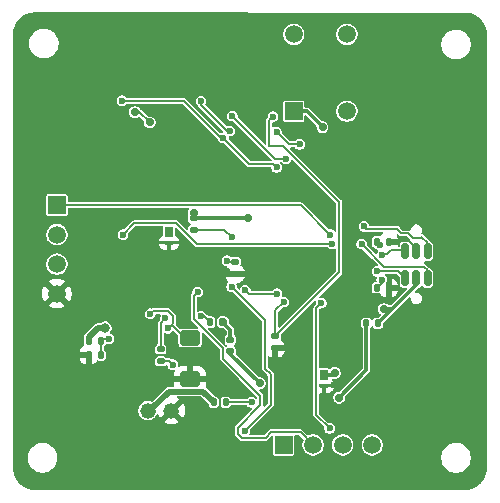
<source format=gbr>
%TF.GenerationSoftware,KiCad,Pcbnew,9.0.1*%
%TF.CreationDate,2025-04-28T02:05:13+08:00*%
%TF.ProjectId,Flight_Control,466c6967-6874-45f4-936f-6e74726f6c2e,rev?*%
%TF.SameCoordinates,Original*%
%TF.FileFunction,Copper,L4,Bot*%
%TF.FilePolarity,Positive*%
%FSLAX46Y46*%
G04 Gerber Fmt 4.6, Leading zero omitted, Abs format (unit mm)*
G04 Created by KiCad (PCBNEW 9.0.1) date 2025-04-28 02:05:13*
%MOMM*%
%LPD*%
G01*
G04 APERTURE LIST*
G04 Aperture macros list*
%AMRoundRect*
0 Rectangle with rounded corners*
0 $1 Rounding radius*
0 $2 $3 $4 $5 $6 $7 $8 $9 X,Y pos of 4 corners*
0 Add a 4 corners polygon primitive as box body*
4,1,4,$2,$3,$4,$5,$6,$7,$8,$9,$2,$3,0*
0 Add four circle primitives for the rounded corners*
1,1,$1+$1,$2,$3*
1,1,$1+$1,$4,$5*
1,1,$1+$1,$6,$7*
1,1,$1+$1,$8,$9*
0 Add four rect primitives between the rounded corners*
20,1,$1+$1,$2,$3,$4,$5,0*
20,1,$1+$1,$4,$5,$6,$7,0*
20,1,$1+$1,$6,$7,$8,$9,0*
20,1,$1+$1,$8,$9,$2,$3,0*%
G04 Aperture macros list end*
%TA.AperFunction,ComponentPad*%
%ADD10C,1.320800*%
%TD*%
%TA.AperFunction,ComponentPad*%
%ADD11R,1.498600X1.498600*%
%TD*%
%TA.AperFunction,ComponentPad*%
%ADD12C,1.498600*%
%TD*%
%TA.AperFunction,ComponentPad*%
%ADD13R,1.508000X1.508000*%
%TD*%
%TA.AperFunction,ComponentPad*%
%ADD14C,1.508000*%
%TD*%
%TA.AperFunction,SMDPad,CuDef*%
%ADD15RoundRect,0.150000X-0.150000X0.512500X-0.150000X-0.512500X0.150000X-0.512500X0.150000X0.512500X0*%
%TD*%
%TA.AperFunction,SMDPad,CuDef*%
%ADD16RoundRect,0.075000X-0.275000X0.390000X-0.275000X-0.390000X0.275000X-0.390000X0.275000X0.390000X0*%
%TD*%
%TA.AperFunction,SMDPad,CuDef*%
%ADD17RoundRect,0.075000X-0.275000X0.075000X-0.275000X-0.075000X0.275000X-0.075000X0.275000X0.075000X0*%
%TD*%
%TA.AperFunction,SMDPad,CuDef*%
%ADD18RoundRect,0.147500X-0.147500X-0.172500X0.147500X-0.172500X0.147500X0.172500X-0.147500X0.172500X0*%
%TD*%
%TA.AperFunction,SMDPad,CuDef*%
%ADD19RoundRect,0.135000X-0.135000X-0.185000X0.135000X-0.185000X0.135000X0.185000X-0.135000X0.185000X0*%
%TD*%
%TA.AperFunction,SMDPad,CuDef*%
%ADD20RoundRect,0.135000X-0.185000X0.135000X-0.185000X-0.135000X0.185000X-0.135000X0.185000X0.135000X0*%
%TD*%
%TA.AperFunction,SMDPad,CuDef*%
%ADD21RoundRect,0.147500X-0.172500X0.147500X-0.172500X-0.147500X0.172500X-0.147500X0.172500X0.147500X0*%
%TD*%
%TA.AperFunction,SMDPad,CuDef*%
%ADD22RoundRect,0.250000X-0.600000X0.400000X-0.600000X-0.400000X0.600000X-0.400000X0.600000X0.400000X0*%
%TD*%
%TA.AperFunction,SMDPad,CuDef*%
%ADD23RoundRect,0.135000X0.135000X0.185000X-0.135000X0.185000X-0.135000X-0.185000X0.135000X-0.185000X0*%
%TD*%
%TA.AperFunction,SMDPad,CuDef*%
%ADD24RoundRect,0.147500X0.172500X-0.147500X0.172500X0.147500X-0.172500X0.147500X-0.172500X-0.147500X0*%
%TD*%
%TA.AperFunction,ViaPad*%
%ADD25C,0.800000*%
%TD*%
%TA.AperFunction,ViaPad*%
%ADD26C,0.600000*%
%TD*%
%TA.AperFunction,ViaPad*%
%ADD27C,0.700000*%
%TD*%
%TA.AperFunction,Conductor*%
%ADD28C,0.200000*%
%TD*%
%TA.AperFunction,Conductor*%
%ADD29C,0.500000*%
%TD*%
%TA.AperFunction,Conductor*%
%ADD30C,0.300000*%
%TD*%
G04 APERTURE END LIST*
D10*
%TO.P,J3,2,-*%
%TO.N,GND*%
X147600001Y-128100000D03*
%TO.P,J3,1,+*%
%TO.N,+7.4V*%
X145600000Y-128100000D03*
%TD*%
D11*
%TO.P,SW1,1,1*%
%TO.N,+3.3V MCU*%
X157960599Y-102750001D03*
D12*
%TO.P,SW1,2,2*%
%TO.N,unconnected-(SW1-Pad2)*%
X157960599Y-96250000D03*
%TO.P,SW1,3,3*%
%TO.N,BOOT*%
X162460600Y-102750001D03*
%TO.P,SW1,4,4*%
%TO.N,Net-(C23-Pad1)*%
X162460600Y-96250000D03*
%TD*%
D13*
%TO.P,J1,1,1*%
%TO.N,TX_Rad*%
X137900000Y-110700000D03*
D14*
%TO.P,J1,2,2*%
%TO.N,RX_Rad*%
X137900000Y-113200000D03*
%TO.P,J1,3,3*%
%TO.N,+5V*%
X137900000Y-115700000D03*
%TO.P,J1,4,4*%
%TO.N,GND*%
X137900000Y-118200000D03*
%TD*%
D13*
%TO.P,J4,1,1*%
%TO.N,M1*%
X157100000Y-131000000D03*
D14*
%TO.P,J4,2,2*%
%TO.N,M2*%
X159600000Y-131000000D03*
%TO.P,J4,3,3*%
%TO.N,M3*%
X162100000Y-131000000D03*
%TO.P,J4,4,4*%
%TO.N,M4*%
X164600000Y-131000000D03*
%TD*%
D15*
%TO.P,U4,1,I/O1*%
%TO.N,D+*%
X167387500Y-114612500D03*
%TO.P,U4,2,GND*%
%TO.N,GND*%
X168337500Y-114612500D03*
%TO.P,U4,3,I/O2*%
%TO.N,USB_DP*%
X169287500Y-114612500D03*
%TO.P,U4,4,I/O2*%
%TO.N,USB_DM*%
X169287500Y-116887500D03*
%TO.P,U4,5,VBUS*%
%TO.N,V_USB*%
X168337500Y-116887500D03*
%TO.P,U4,6,I/O1*%
%TO.N,D-*%
X167387500Y-116887500D03*
%TD*%
D16*
%TO.P,D2,1,K*%
%TO.N,+3.3V MCU*%
X160500000Y-125100000D03*
D17*
%TO.P,D2,2,A*%
%TO.N,GND*%
X160500000Y-125985000D03*
%TD*%
D18*
%TO.P,D3,1,K*%
%TO.N,+5V MCU*%
X164115000Y-120700000D03*
%TO.P,D3,2,A*%
%TO.N,V_USB*%
X165085000Y-120700000D03*
%TD*%
D19*
%TO.P,R11,1*%
%TO.N,+7.4V*%
X151190000Y-127400000D03*
%TO.P,R11,2*%
%TO.N,ADC_BAT*%
X152210000Y-127400000D03*
%TD*%
D20*
%TO.P,R5,1*%
%TO.N,Net-(U5-PWRGD)*%
X146700000Y-122900000D03*
%TO.P,R5,2*%
%TO.N,Net-(R5-Pad2)*%
X146700000Y-123920000D03*
%TD*%
D19*
%TO.P,R6,1*%
%TO.N,Net-(U5-PWRGD)*%
X150890000Y-120600000D03*
%TO.P,R6,2*%
%TO.N,+5V*%
X151910000Y-120600000D03*
%TD*%
D20*
%TO.P,R16,1*%
%TO.N,INT_IMU*%
X153000000Y-115500000D03*
%TO.P,R16,2*%
%TO.N,GND*%
X153000000Y-116520000D03*
%TD*%
%TO.P,R17,1*%
%TO.N,INTB*%
X156400000Y-121790000D03*
%TO.P,R17,2*%
%TO.N,GND*%
X156400000Y-122810000D03*
%TD*%
D19*
%TO.P,R2,1*%
%TO.N,Net-(J2-CC2)*%
X164980000Y-113800000D03*
%TO.P,R2,2*%
%TO.N,GND*%
X166000000Y-113800000D03*
%TD*%
%TO.P,R3,1*%
%TO.N,+7.4V*%
X140590000Y-122200000D03*
%TO.P,R3,2*%
%TO.N,Net-(U5-EN)*%
X141610000Y-122200000D03*
%TD*%
D21*
%TO.P,L2,1,1*%
%TO.N,+3.3V MCU*%
X149500000Y-111800000D03*
%TO.P,L2,2,2*%
%TO.N,+3.3V MCU A*%
X149500000Y-112770000D03*
%TD*%
D22*
%TO.P,D1,1,K*%
%TO.N,Net-(D1-K)*%
X149200000Y-121950000D03*
%TO.P,D1,2,A*%
%TO.N,GND*%
X149200000Y-125450000D03*
%TD*%
D16*
%TO.P,D6,1,K*%
%TO.N,+3.3V P*%
X147400000Y-112990000D03*
D17*
%TO.P,D6,2,A*%
%TO.N,GND*%
X147400000Y-113875000D03*
%TD*%
D23*
%TO.P,R1,1*%
%TO.N,GND*%
X166000000Y-117700000D03*
%TO.P,R1,2*%
%TO.N,Net-(J2-CC1)*%
X164980000Y-117700000D03*
%TD*%
%TO.P,R7,1*%
%TO.N,Net-(U5-EN)*%
X141610000Y-123400000D03*
%TO.P,R7,2*%
%TO.N,GND*%
X140590000Y-123400000D03*
%TD*%
D24*
%TO.P,D4,1,K*%
%TO.N,+5V MCU*%
X152600000Y-123085000D03*
%TO.P,D4,2,A*%
%TO.N,+5V*%
X152600000Y-122115000D03*
%TD*%
D25*
%TO.N,+7.4V*%
X141979999Y-121100001D03*
D26*
%TO.N,GND*%
X152309785Y-116304309D03*
X171400000Y-121300000D03*
X172300000Y-121300000D03*
X172300000Y-120400000D03*
X171400000Y-120400000D03*
X167400000Y-121300000D03*
X168400000Y-121300000D03*
X168300000Y-120300000D03*
X167300000Y-120300000D03*
X171400000Y-111100000D03*
X172400000Y-111100000D03*
X172400000Y-110000000D03*
X171300000Y-110000000D03*
X168300000Y-111000000D03*
X167300000Y-111000000D03*
X168300000Y-109900000D03*
X167300000Y-109900000D03*
X153000000Y-131000000D03*
X151000000Y-129000000D03*
X151000000Y-131000000D03*
X156000000Y-100000000D03*
X156000000Y-98000000D03*
X156000000Y-96000000D03*
X154000000Y-98000000D03*
X154000000Y-96000000D03*
X152000000Y-96000000D03*
X152000000Y-98000000D03*
X150000000Y-98000000D03*
X150000000Y-96000000D03*
X148000000Y-96000000D03*
X148000000Y-98000000D03*
X146000000Y-98000000D03*
X146000000Y-96000000D03*
X144000000Y-96000000D03*
X144000000Y-98000000D03*
X142000000Y-98000000D03*
X142000000Y-96000000D03*
X140000000Y-96000000D03*
X140000000Y-98000000D03*
X136000000Y-100000000D03*
X138000000Y-100000000D03*
X140000000Y-100000000D03*
X140000000Y-102000000D03*
X138000000Y-102000000D03*
X136000000Y-102000000D03*
X136000000Y-104000000D03*
X138000000Y-104000000D03*
X140000000Y-104000000D03*
X140000000Y-106000000D03*
X140000000Y-108000000D03*
X138000000Y-108000000D03*
X138000000Y-106000000D03*
X136000000Y-106000000D03*
X136000000Y-108000000D03*
X138000000Y-121000000D03*
X136000000Y-121000000D03*
X136000000Y-123000000D03*
X138000000Y-123000000D03*
X138000000Y-125000000D03*
X136000000Y-125000000D03*
X136000000Y-127000000D03*
X138000000Y-127000000D03*
X138000000Y-129000000D03*
X136000000Y-129000000D03*
X168000000Y-97000000D03*
X168000000Y-99000000D03*
X166000000Y-99000000D03*
X164000000Y-99000000D03*
X164000000Y-101000000D03*
X166000000Y-101000000D03*
X168000000Y-101000000D03*
X170000000Y-101000000D03*
X172000000Y-101000000D03*
X172000000Y-103000000D03*
X170000000Y-103000000D03*
X168000000Y-103000000D03*
X166000000Y-103000000D03*
X164000000Y-103000000D03*
X164000000Y-105000000D03*
X166000000Y-105000000D03*
X168000000Y-105000000D03*
X170000000Y-105000000D03*
X172000000Y-105000000D03*
X172000000Y-107000000D03*
X170000000Y-107000000D03*
X168000000Y-107000000D03*
X166000000Y-107000000D03*
X164000000Y-107000000D03*
X164000000Y-109000000D03*
X166000000Y-109000000D03*
X168000000Y-109000000D03*
X172000000Y-109000000D03*
X170000000Y-109000000D03*
X170000000Y-111000000D03*
X170000000Y-113000000D03*
X172000000Y-113000000D03*
X172000000Y-117000000D03*
X172000000Y-115000000D03*
X170000000Y-119000000D03*
X172000000Y-119000000D03*
X166000000Y-121000000D03*
X166000000Y-123000000D03*
X168000000Y-123000000D03*
X170000000Y-123000000D03*
X172000000Y-123000000D03*
X172000000Y-125000000D03*
X170000000Y-125000000D03*
X168000000Y-125000000D03*
X166000000Y-125000000D03*
X166000000Y-127000000D03*
X168000000Y-127000000D03*
X170000000Y-127000000D03*
X172000000Y-127000000D03*
X172000000Y-129000000D03*
X170000000Y-129000000D03*
X168000000Y-129000000D03*
X168000000Y-131000000D03*
X168000000Y-133000000D03*
X153000000Y-133000000D03*
X151000000Y-133000000D03*
X142000000Y-133000000D03*
X140000000Y-133000000D03*
X157700000Y-126000000D03*
X166115762Y-118750000D03*
%TO.N,D-*%
X165000000Y-116300000D03*
%TO.N,GND*%
X150625735Y-104674265D03*
D27*
%TO.N,+3.3V MCU*%
X161440000Y-124900000D03*
D26*
%TO.N,GND*%
X161380000Y-125900000D03*
%TO.N,M2*%
X149818506Y-118048954D03*
%TO.N,M3*%
X153850000Y-117901472D03*
X156550000Y-118200000D03*
X160300000Y-119000000D03*
X161000000Y-129600000D03*
%TO.N,INTB*%
X157100000Y-118900000D03*
%TO.N,M1*%
X152700000Y-117600000D03*
X153800000Y-129800000D03*
D27*
%TO.N,+5V*%
X152000000Y-120600000D03*
D26*
%TO.N,+3.3V MCU A*%
X152701000Y-113400000D03*
%TO.N,GND*%
X168337502Y-114350000D03*
D27*
%TO.N,+3.3V P*%
X147400000Y-112990000D03*
%TO.N,+5V MCU*%
X155085880Y-125794880D03*
D26*
%TO.N,Net-(D1-K)*%
X147300000Y-121124266D03*
X145800000Y-119901397D03*
%TO.N,Net-(U5-PWRGD)*%
X147100000Y-120300000D03*
X150100000Y-120100000D03*
%TO.N,Net-(R5-Pad2)*%
X147700000Y-124200000D03*
%TO.N,Net-(U5-EN)*%
X142300000Y-122000000D03*
%TO.N,INTB*%
X156200000Y-103200000D03*
%TO.N,CSB*%
X156500000Y-104500000D03*
X158457353Y-105557353D03*
%TO.N,SCK*%
X152764816Y-103159545D03*
X157300000Y-106800000D03*
%TO.N,SDO*%
X156507353Y-107507353D03*
X151993711Y-105020244D03*
X143417299Y-101847598D03*
%TO.N,SDI*%
X152530541Y-104427102D03*
X150100000Y-101900000D03*
D27*
%TO.N,+3.3V P*%
X145772101Y-103702402D03*
X144500000Y-102822298D03*
D26*
%TO.N,GND*%
X142805309Y-110100000D03*
X146690000Y-107910000D03*
X145700000Y-113200000D03*
X144900000Y-113200000D03*
D27*
%TO.N,+3.3V MCU*%
X149500000Y-111350000D03*
X154100000Y-111800000D03*
X160400000Y-104100000D03*
D26*
%TO.N,INT_IMU*%
X152300000Y-115400000D03*
%TO.N,TX_Rad*%
X161068480Y-113210883D03*
%TO.N,RX_Rad*%
X161200000Y-114000000D03*
X143500000Y-113200000D03*
%TO.N,ADC_BAT*%
X154400000Y-127400000D03*
D27*
%TO.N,+5V MCU*%
X161800000Y-127000000D03*
D26*
%TO.N,D+*%
X165462265Y-114913735D03*
D27*
%TO.N,V_USB*%
X165600000Y-119500000D03*
D26*
%TO.N,USB_DM*%
X163700000Y-114000000D03*
%TO.N,USB_DP*%
X163900000Y-112500000D03*
%TO.N,Net-(J2-CC2)*%
X165236722Y-114080006D03*
%TO.N,Net-(J2-CC1)*%
X165400000Y-117000000D03*
%TD*%
D28*
%TO.N,M1*%
X155536880Y-120436880D02*
X152700000Y-117600000D01*
X156000000Y-125000000D02*
X155536880Y-124536880D01*
X155536880Y-124536880D02*
X155536880Y-120436880D01*
X156000000Y-127600000D02*
X156000000Y-125000000D01*
X153800000Y-129800000D02*
X156000000Y-127600000D01*
%TO.N,M2*%
X158545000Y-129945000D02*
X159600000Y-131000000D01*
X156045000Y-129945000D02*
X158545000Y-129945000D01*
X155589000Y-130401000D02*
X156045000Y-129945000D01*
X153551057Y-130401000D02*
X155589000Y-130401000D01*
X153199000Y-130048943D02*
X153551057Y-130401000D01*
X153199000Y-129551057D02*
X153199000Y-130048943D01*
X155135880Y-126857561D02*
X155135880Y-127614177D01*
X151979000Y-122828943D02*
X151979000Y-123700681D01*
X155135880Y-127614177D02*
X153199000Y-129551057D01*
X149499000Y-120348943D02*
X151979000Y-122828943D01*
X151979000Y-123700681D02*
X155135880Y-126857561D01*
X149499000Y-118368460D02*
X149499000Y-120348943D01*
X149818506Y-118048954D02*
X149499000Y-118368460D01*
D29*
%TO.N,+7.4V*%
X141370000Y-121100001D02*
X141979999Y-121100001D01*
X140590000Y-121880001D02*
X141370000Y-121100001D01*
X140590000Y-122200000D02*
X140590000Y-121880001D01*
D28*
%TO.N,USB_DP*%
X169287500Y-113950001D02*
X169287500Y-114612500D01*
X168720504Y-113383005D02*
X169287500Y-113950001D01*
X168617509Y-113486000D02*
X168720504Y-113383005D01*
X167650508Y-113101000D02*
X167661500Y-113090008D01*
X166699000Y-112700000D02*
X166699000Y-112748943D01*
X168057492Y-113486000D02*
X168617509Y-113486000D01*
X164100000Y-112700000D02*
X166699000Y-112700000D01*
X166699000Y-112748943D02*
X167051057Y-113101000D01*
X163900000Y-112500000D02*
X164100000Y-112700000D01*
X167051057Y-113101000D02*
X167650508Y-113101000D01*
X167661500Y-113090008D02*
X168057492Y-113486000D01*
%TO.N,GND*%
X168337502Y-114328746D02*
X168337502Y-114350000D01*
X167707756Y-113699000D02*
X168337502Y-114328746D01*
X166101000Y-113699000D02*
X167707756Y-113699000D01*
X166000000Y-113800000D02*
X166101000Y-113699000D01*
%TO.N,Net-(J2-CC2)*%
X164980000Y-113985613D02*
X164980000Y-113800000D01*
X165236722Y-114080006D02*
X165074393Y-114080006D01*
X165074393Y-114080006D02*
X164980000Y-113985613D01*
D29*
%TO.N,+7.4V*%
X145800000Y-127900000D02*
X145600000Y-128100000D01*
X145987500Y-127900000D02*
X145800000Y-127900000D01*
X147387500Y-126500000D02*
X145987500Y-127900000D01*
X150290000Y-126500000D02*
X147387500Y-126500000D01*
X151190000Y-127400000D02*
X150290000Y-126500000D01*
D28*
%TO.N,GND*%
X166000000Y-118634238D02*
X166115762Y-118750000D01*
X166000000Y-117700000D02*
X166000000Y-118634238D01*
%TO.N,D-*%
X166800000Y-116300000D02*
X165000000Y-116300000D01*
X167387500Y-116887500D02*
X166800000Y-116300000D01*
%TO.N,USB_DM*%
X165600000Y-115900000D02*
X163700000Y-114000000D01*
X168962499Y-115900000D02*
X165600000Y-115900000D01*
X169287500Y-116887500D02*
X169287500Y-116225001D01*
X169287500Y-116225001D02*
X168962499Y-115900000D01*
D30*
%TO.N,+3.3V MCU*%
X161240000Y-125100000D02*
X161440000Y-124900000D01*
X160500000Y-125100000D02*
X161240000Y-125100000D01*
D28*
%TO.N,GND*%
X161295000Y-125985000D02*
X161380000Y-125900000D01*
X160500000Y-125985000D02*
X161295000Y-125985000D01*
%TO.N,M3*%
X154148527Y-118200000D02*
X156550000Y-118200000D01*
X153850000Y-117901472D02*
X154148527Y-118200000D01*
X159849000Y-119451000D02*
X160300000Y-119000000D01*
X159849000Y-128449000D02*
X159849000Y-119451000D01*
X161000000Y-129600000D02*
X159849000Y-128449000D01*
%TO.N,INTB*%
X156400000Y-121790000D02*
X156400000Y-119600000D01*
X156400000Y-119600000D02*
X157100000Y-118900000D01*
D30*
%TO.N,+5V*%
X152600000Y-121290000D02*
X151910000Y-120600000D01*
X152600000Y-122115000D02*
X152600000Y-121290000D01*
X151910000Y-120600000D02*
X152000000Y-120600000D01*
D28*
%TO.N,+3.3V MCU A*%
X152071000Y-112770000D02*
X152701000Y-113400000D01*
X149500000Y-112770000D02*
X152071000Y-112770000D01*
D30*
%TO.N,+5V MCU*%
X152600000Y-123309000D02*
X155085880Y-125794880D01*
X152600000Y-123085000D02*
X152600000Y-123309000D01*
D28*
%TO.N,Net-(D1-K)*%
X148750000Y-121950000D02*
X149200000Y-121950000D01*
X147612133Y-120812133D02*
X148750000Y-121950000D01*
X147612133Y-120812133D02*
X147300000Y-121124266D01*
X147701000Y-120723266D02*
X147612133Y-120812133D01*
X147701000Y-120051057D02*
X147701000Y-120723266D01*
X146002397Y-119699000D02*
X147348943Y-119699000D01*
X145800000Y-119901397D02*
X146002397Y-119699000D01*
X147348943Y-119699000D02*
X147701000Y-120051057D01*
%TO.N,Net-(U5-PWRGD)*%
X146700000Y-120700000D02*
X147100000Y-120300000D01*
X146700000Y-122900000D02*
X146700000Y-120700000D01*
X150390000Y-120100000D02*
X150890000Y-120600000D01*
X150100000Y-120100000D02*
X150390000Y-120100000D01*
%TO.N,Net-(R5-Pad2)*%
X147420000Y-123920000D02*
X147700000Y-124200000D01*
X146700000Y-123920000D02*
X147420000Y-123920000D01*
%TO.N,Net-(U5-EN)*%
X141610000Y-122200000D02*
X141610000Y-123400000D01*
X141810000Y-122000000D02*
X141610000Y-122200000D01*
X142300000Y-122000000D02*
X141810000Y-122000000D01*
%TO.N,INTB*%
X161801000Y-110451057D02*
X161801000Y-116389000D01*
X157076572Y-105726629D02*
X161801000Y-110451057D01*
X155899000Y-105726629D02*
X157076572Y-105726629D01*
X155899000Y-103501000D02*
X155899000Y-105726629D01*
X156200000Y-103200000D02*
X155899000Y-103501000D01*
X161801000Y-116389000D02*
X156400000Y-121790000D01*
%TO.N,CSB*%
X158457353Y-105557353D02*
X157557353Y-105557353D01*
X157557353Y-105557353D02*
X156500000Y-104500000D01*
X156500000Y-104500000D02*
X156400000Y-104400000D01*
%TO.N,SCK*%
X157300000Y-106800000D02*
X156405271Y-106800000D01*
X156405271Y-106800000D02*
X152764816Y-103159545D01*
%TO.N,SDO*%
X156200000Y-107200000D02*
X154173467Y-107200000D01*
X154173467Y-107200000D02*
X151993711Y-105020244D01*
X156507353Y-107507353D02*
X156200000Y-107200000D01*
X148647598Y-101847598D02*
X143417299Y-101847598D01*
X151820244Y-105020244D02*
X148647598Y-101847598D01*
X151993711Y-105020244D02*
X151820244Y-105020244D01*
%TO.N,SDI*%
X150100000Y-102200000D02*
X150100000Y-101900000D01*
X152327102Y-104427102D02*
X150100000Y-102200000D01*
X152530541Y-104427102D02*
X152327102Y-104427102D01*
%TO.N,+3.3V P*%
X144500000Y-102822298D02*
X144891997Y-102822298D01*
X144891997Y-102822298D02*
X145772101Y-103702402D01*
D30*
%TO.N,+3.3V MCU*%
X149500000Y-111350000D02*
X149500000Y-111800000D01*
X149500000Y-111800000D02*
X154100000Y-111800000D01*
X159050001Y-102750001D02*
X160400000Y-104100000D01*
X157960599Y-102750001D02*
X159050001Y-102750001D01*
D28*
%TO.N,INT_IMU*%
X152400000Y-115500000D02*
X152300000Y-115400000D01*
X153000000Y-115500000D02*
X152400000Y-115500000D01*
%TO.N,TX_Rad*%
X161068480Y-113210883D02*
X158557597Y-110700000D01*
X158557597Y-110700000D02*
X137900000Y-110700000D01*
%TO.N,RX_Rad*%
X147995638Y-112224000D02*
X149771638Y-114000000D01*
X144476000Y-112224000D02*
X147995638Y-112224000D01*
X143500000Y-113200000D02*
X144476000Y-112224000D01*
X149771638Y-114000000D02*
X161200000Y-114000000D01*
%TO.N,ADC_BAT*%
X154400000Y-127400000D02*
X152210000Y-127400000D01*
D30*
%TO.N,+5V MCU*%
X164115000Y-124685000D02*
X161800000Y-127000000D01*
X164115000Y-120700000D02*
X164115000Y-124685000D01*
D28*
%TO.N,D+*%
X165838902Y-114861098D02*
X166200000Y-114500000D01*
X166200000Y-114500000D02*
X167275000Y-114500000D01*
X165514902Y-114861098D02*
X165838902Y-114861098D01*
X165462265Y-114913735D02*
X165514902Y-114861098D01*
X167275000Y-114500000D02*
X167387500Y-114612500D01*
D30*
%TO.N,V_USB*%
X166392500Y-119392500D02*
X166285000Y-119500000D01*
X166285000Y-119500000D02*
X165600000Y-119500000D01*
X166392500Y-119392500D02*
X168337500Y-117447500D01*
X165085000Y-120700000D02*
X166392500Y-119392500D01*
X168337500Y-117447500D02*
X168337500Y-116887500D01*
D28*
%TO.N,Net-(J2-CC1)*%
X165400000Y-117000000D02*
X165400000Y-117280000D01*
X165400000Y-117280000D02*
X164980000Y-117700000D01*
%TD*%
%TA.AperFunction,Conductor*%
%TO.N,GND*%
G36*
X166754194Y-113183845D02*
G01*
X166763714Y-113182491D01*
X166797637Y-113201840D01*
X166834472Y-113238675D01*
X166834475Y-113238679D01*
X166838692Y-113242896D01*
X166838693Y-113242897D01*
X166909160Y-113313364D01*
X166936126Y-113324534D01*
X167001229Y-113351501D01*
X167001230Y-113351501D01*
X167109497Y-113351501D01*
X167109505Y-113351500D01*
X167538079Y-113351500D01*
X167590405Y-113373174D01*
X167740420Y-113523189D01*
X167762094Y-113575515D01*
X167740420Y-113627841D01*
X167669816Y-113698444D01*
X167631538Y-113763169D01*
X167586246Y-113797175D01*
X167567843Y-113799500D01*
X167192636Y-113799500D01*
X167167513Y-113802414D01*
X167167507Y-113802415D01*
X167064734Y-113847794D01*
X166985294Y-113927234D01*
X166939914Y-114030011D01*
X166937000Y-114055135D01*
X166937000Y-114175500D01*
X166915326Y-114227826D01*
X166863000Y-114249500D01*
X166817971Y-114249500D01*
X166765645Y-114227826D01*
X166743971Y-114175500D01*
X166746909Y-114154855D01*
X166767166Y-114085127D01*
X166769931Y-114050000D01*
X166074000Y-114050000D01*
X166021674Y-114028326D01*
X166000000Y-113976000D01*
X166000000Y-113624000D01*
X166021674Y-113571674D01*
X166074000Y-113550000D01*
X166769930Y-113550000D01*
X166767166Y-113514873D01*
X166722405Y-113360806D01*
X166681616Y-113291835D01*
X166678842Y-113272349D01*
X166671311Y-113254166D01*
X166674990Y-113245282D01*
X166673636Y-113235763D01*
X166685452Y-113220024D01*
X166692985Y-113201840D01*
X166701868Y-113198160D01*
X166707642Y-113190471D01*
X166727127Y-113187697D01*
X166745311Y-113180166D01*
X166754194Y-113183845D01*
G37*
%TD.AperFunction*%
%TA.AperFunction,Conductor*%
G36*
X172435714Y-94403770D02*
G01*
X172436035Y-94403792D01*
X172440738Y-94403792D01*
X172504202Y-94403792D01*
X172509042Y-94403950D01*
X172736669Y-94418874D01*
X172746258Y-94420136D01*
X172967615Y-94464170D01*
X172976954Y-94466672D01*
X173140423Y-94522164D01*
X173190671Y-94539222D01*
X173199614Y-94542927D01*
X173251780Y-94568653D01*
X173402021Y-94642745D01*
X173410401Y-94647584D01*
X173598047Y-94772968D01*
X173605726Y-94778860D01*
X173775404Y-94927666D01*
X173782248Y-94934511D01*
X173931052Y-95104191D01*
X173936945Y-95111870D01*
X174062326Y-95299518D01*
X174067166Y-95307901D01*
X174166984Y-95510313D01*
X174170688Y-95519256D01*
X174243231Y-95732962D01*
X174245736Y-95742311D01*
X174289764Y-95963654D01*
X174291028Y-95973251D01*
X174305947Y-96200864D01*
X174306105Y-96205717D01*
X174299511Y-132929486D01*
X174299510Y-132934066D01*
X174299500Y-132934108D01*
X174299500Y-132997558D01*
X174299500Y-132997570D01*
X174299342Y-133002410D01*
X174284421Y-133230046D01*
X174283157Y-133239642D01*
X174239130Y-133460984D01*
X174236625Y-133470335D01*
X174164079Y-133684047D01*
X174160375Y-133692989D01*
X174060558Y-133895400D01*
X174055718Y-133903783D01*
X173930331Y-134091436D01*
X173924438Y-134099115D01*
X173775637Y-134268792D01*
X173768792Y-134275637D01*
X173599115Y-134424438D01*
X173591436Y-134430331D01*
X173403783Y-134555718D01*
X173395400Y-134560558D01*
X173192989Y-134660375D01*
X173184047Y-134664079D01*
X172970335Y-134736625D01*
X172960984Y-134739130D01*
X172739642Y-134783157D01*
X172730046Y-134784421D01*
X172502396Y-134799342D01*
X172497568Y-134799500D01*
X172434108Y-134799500D01*
X172434069Y-134799509D01*
X172429581Y-134799510D01*
X172429581Y-134799511D01*
X136003946Y-134806136D01*
X135999094Y-134805978D01*
X135771462Y-134791061D01*
X135761865Y-134789797D01*
X135540518Y-134745770D01*
X135531168Y-134743265D01*
X135317456Y-134670722D01*
X135308513Y-134667018D01*
X135106096Y-134567199D01*
X135097714Y-134562359D01*
X134910060Y-134436976D01*
X134902380Y-134431084D01*
X134901521Y-134430331D01*
X134732695Y-134282277D01*
X134725851Y-134275432D01*
X134577040Y-134105751D01*
X134571153Y-134098080D01*
X134445758Y-133910420D01*
X134440920Y-133902039D01*
X134341100Y-133699630D01*
X134337395Y-133690687D01*
X134264845Y-133476971D01*
X134262340Y-133467622D01*
X134232915Y-133319706D01*
X134218305Y-133246262D01*
X134217043Y-133236670D01*
X134212641Y-133169524D01*
X134202173Y-133009859D01*
X134202015Y-133005088D01*
X134202015Y-132940738D01*
X134202006Y-132940705D01*
X134201872Y-132001582D01*
X135449500Y-132001582D01*
X135449500Y-132198417D01*
X135480290Y-132392823D01*
X135480293Y-132392836D01*
X135541113Y-132580019D01*
X135541115Y-132580024D01*
X135541116Y-132580025D01*
X135630476Y-132755405D01*
X135746172Y-132914646D01*
X135885354Y-133053828D01*
X136044595Y-133169524D01*
X136219975Y-133258884D01*
X136219977Y-133258884D01*
X136219980Y-133258886D01*
X136407163Y-133319706D01*
X136407169Y-133319707D01*
X136407174Y-133319709D01*
X136536780Y-133340236D01*
X136601582Y-133350500D01*
X136601583Y-133350500D01*
X136798418Y-133350500D01*
X136847019Y-133342802D01*
X136992826Y-133319709D01*
X136992833Y-133319706D01*
X136992836Y-133319706D01*
X137180019Y-133258886D01*
X137180019Y-133258885D01*
X137180025Y-133258884D01*
X137355405Y-133169524D01*
X137514646Y-133053828D01*
X137653828Y-132914646D01*
X137769524Y-132755405D01*
X137858884Y-132580025D01*
X137919709Y-132392826D01*
X137950500Y-132198417D01*
X137950500Y-132001583D01*
X137950500Y-132001582D01*
X170449500Y-132001582D01*
X170449500Y-132198417D01*
X170480290Y-132392823D01*
X170480293Y-132392836D01*
X170541113Y-132580019D01*
X170541115Y-132580024D01*
X170541116Y-132580025D01*
X170630476Y-132755405D01*
X170746172Y-132914646D01*
X170885354Y-133053828D01*
X171044595Y-133169524D01*
X171219975Y-133258884D01*
X171219977Y-133258884D01*
X171219980Y-133258886D01*
X171407163Y-133319706D01*
X171407169Y-133319707D01*
X171407174Y-133319709D01*
X171536780Y-133340236D01*
X171601582Y-133350500D01*
X171601583Y-133350500D01*
X171798418Y-133350500D01*
X171847019Y-133342802D01*
X171992826Y-133319709D01*
X171992833Y-133319706D01*
X171992836Y-133319706D01*
X172180019Y-133258886D01*
X172180019Y-133258885D01*
X172180025Y-133258884D01*
X172355405Y-133169524D01*
X172514646Y-133053828D01*
X172653828Y-132914646D01*
X172769524Y-132755405D01*
X172858884Y-132580025D01*
X172919709Y-132392826D01*
X172950500Y-132198417D01*
X172950500Y-132001583D01*
X172919709Y-131807174D01*
X172919707Y-131807169D01*
X172919706Y-131807163D01*
X172858886Y-131619980D01*
X172858884Y-131619977D01*
X172858884Y-131619975D01*
X172769524Y-131444595D01*
X172653828Y-131285354D01*
X172514646Y-131146172D01*
X172514643Y-131146169D01*
X172514641Y-131146168D01*
X172355404Y-131030475D01*
X172180019Y-130941113D01*
X171992836Y-130880293D01*
X171992823Y-130880290D01*
X171798418Y-130849500D01*
X171798417Y-130849500D01*
X171601583Y-130849500D01*
X171601582Y-130849500D01*
X171407176Y-130880290D01*
X171407163Y-130880293D01*
X171219980Y-130941113D01*
X171044595Y-131030475D01*
X170885358Y-131146168D01*
X170746168Y-131285358D01*
X170630475Y-131444595D01*
X170541113Y-131619980D01*
X170480293Y-131807163D01*
X170480290Y-131807176D01*
X170449500Y-132001582D01*
X137950500Y-132001582D01*
X137919709Y-131807174D01*
X137919707Y-131807169D01*
X137919706Y-131807163D01*
X137858886Y-131619980D01*
X137858884Y-131619977D01*
X137858884Y-131619975D01*
X137769524Y-131444595D01*
X137653828Y-131285354D01*
X137514646Y-131146172D01*
X137514643Y-131146169D01*
X137514641Y-131146168D01*
X137355404Y-131030475D01*
X137180019Y-130941113D01*
X136992836Y-130880293D01*
X136992823Y-130880290D01*
X136798418Y-130849500D01*
X136798417Y-130849500D01*
X136601583Y-130849500D01*
X136601582Y-130849500D01*
X136407176Y-130880290D01*
X136407163Y-130880293D01*
X136219980Y-130941113D01*
X136044595Y-131030475D01*
X135885358Y-131146168D01*
X135746168Y-131285358D01*
X135630475Y-131444595D01*
X135541113Y-131619980D01*
X135480293Y-131807163D01*
X135480290Y-131807176D01*
X135449500Y-132001582D01*
X134201872Y-132001582D01*
X134201306Y-128020133D01*
X144789100Y-128020133D01*
X144789100Y-128179866D01*
X144820260Y-128336524D01*
X144820263Y-128336535D01*
X144881387Y-128484102D01*
X144952745Y-128590897D01*
X144970133Y-128616919D01*
X145083081Y-128729867D01*
X145215895Y-128818611D01*
X145363469Y-128879738D01*
X145520133Y-128910900D01*
X145520134Y-128910900D01*
X145679866Y-128910900D01*
X145679867Y-128910900D01*
X145836531Y-128879738D01*
X145984105Y-128818611D01*
X146116919Y-128729867D01*
X146229867Y-128616919D01*
X146318611Y-128484105D01*
X146346128Y-128417673D01*
X146386176Y-128377624D01*
X146442813Y-128377624D01*
X146482862Y-128417672D01*
X146484873Y-128423124D01*
X146524613Y-128545433D01*
X146607536Y-128708178D01*
X146620468Y-128725978D01*
X147193601Y-128152845D01*
X147193601Y-128153504D01*
X147221296Y-128256865D01*
X147274800Y-128349536D01*
X147350465Y-128425201D01*
X147443136Y-128478705D01*
X147546497Y-128506400D01*
X147547154Y-128506400D01*
X146974021Y-129079532D01*
X146991816Y-129092461D01*
X146991822Y-129092464D01*
X147154560Y-129175384D01*
X147154565Y-129175386D01*
X147328262Y-129231824D01*
X147328275Y-129231827D01*
X147508675Y-129260400D01*
X147691327Y-129260400D01*
X147871726Y-129231827D01*
X147871739Y-129231824D01*
X148045436Y-129175386D01*
X148045441Y-129175384D01*
X148208173Y-129092468D01*
X148208182Y-129092462D01*
X148225979Y-129079531D01*
X147652848Y-128506400D01*
X147653505Y-128506400D01*
X147756866Y-128478705D01*
X147849537Y-128425201D01*
X147925202Y-128349536D01*
X147978706Y-128256865D01*
X148006401Y-128153504D01*
X148006401Y-128152847D01*
X148579532Y-128725978D01*
X148592463Y-128708181D01*
X148592469Y-128708172D01*
X148675385Y-128545440D01*
X148675387Y-128545435D01*
X148731825Y-128371738D01*
X148731828Y-128371725D01*
X148760401Y-128191325D01*
X148760401Y-128008674D01*
X148731828Y-127828274D01*
X148731825Y-127828261D01*
X148675387Y-127654564D01*
X148675385Y-127654559D01*
X148592465Y-127491821D01*
X148592462Y-127491815D01*
X148579533Y-127474020D01*
X148006401Y-128047152D01*
X148006401Y-128046496D01*
X147978706Y-127943135D01*
X147925202Y-127850464D01*
X147849537Y-127774799D01*
X147756866Y-127721295D01*
X147653505Y-127693600D01*
X147652847Y-127693600D01*
X148225979Y-127120467D01*
X148225980Y-127120467D01*
X148208179Y-127107535D01*
X148076487Y-127040435D01*
X148039704Y-126997368D01*
X148044147Y-126940905D01*
X148087214Y-126904122D01*
X148110082Y-126900500D01*
X150093455Y-126900500D01*
X150145781Y-126922174D01*
X150747826Y-127524219D01*
X150769500Y-127576544D01*
X150769500Y-127627622D01*
X150772269Y-127651495D01*
X150772269Y-127651497D01*
X150772270Y-127651498D01*
X150815384Y-127749141D01*
X150890859Y-127824616D01*
X150988502Y-127867730D01*
X151012377Y-127870500D01*
X151367622Y-127870499D01*
X151391498Y-127867730D01*
X151489141Y-127824616D01*
X151564616Y-127749141D01*
X151607730Y-127651498D01*
X151610500Y-127627623D01*
X151610499Y-127172378D01*
X151607730Y-127148502D01*
X151564616Y-127050859D01*
X151489141Y-126975384D01*
X151391498Y-126932270D01*
X151367623Y-126929500D01*
X151367619Y-126929500D01*
X151316545Y-126929500D01*
X151264219Y-126907826D01*
X150918655Y-126562262D01*
X150535913Y-126179520D01*
X150535910Y-126179518D01*
X150535908Y-126179516D01*
X150533806Y-126177903D01*
X150533138Y-126176746D01*
X150532483Y-126176091D01*
X150532658Y-126175915D01*
X150505490Y-126128852D01*
X150508614Y-126095921D01*
X150539505Y-126002699D01*
X150539505Y-126002697D01*
X150549999Y-125899975D01*
X150550000Y-125899973D01*
X150550000Y-125700000D01*
X147850001Y-125700000D01*
X147850001Y-125899976D01*
X147860494Y-126002701D01*
X147861340Y-126006650D01*
X147859995Y-126006937D01*
X147856218Y-126058718D01*
X147813362Y-126095746D01*
X147790093Y-126099500D01*
X147440227Y-126099500D01*
X147334773Y-126099500D01*
X147324719Y-126102194D01*
X147232911Y-126126793D01*
X147232907Y-126126795D01*
X147141590Y-126179517D01*
X145987680Y-127333425D01*
X145935354Y-127355099D01*
X145907036Y-127349466D01*
X145836531Y-127320262D01*
X145836524Y-127320260D01*
X145718501Y-127296784D01*
X145679867Y-127289100D01*
X145520133Y-127289100D01*
X145489141Y-127295264D01*
X145363475Y-127320260D01*
X145363464Y-127320263D01*
X145215897Y-127381387D01*
X145083084Y-127470130D01*
X144970130Y-127583084D01*
X144881387Y-127715897D01*
X144820263Y-127863464D01*
X144820260Y-127863475D01*
X144789100Y-128020133D01*
X134201306Y-128020133D01*
X134200684Y-123650000D01*
X139820069Y-123650000D01*
X139822833Y-123685126D01*
X139867594Y-123839193D01*
X139949264Y-123977289D01*
X140062710Y-124090735D01*
X140200806Y-124172405D01*
X140339999Y-124212845D01*
X140340000Y-124212845D01*
X140340000Y-123650000D01*
X139820069Y-123650000D01*
X134200684Y-123650000D01*
X134200613Y-123150000D01*
X139820069Y-123150000D01*
X140516000Y-123150000D01*
X140568326Y-123171674D01*
X140590000Y-123224000D01*
X140590000Y-123400000D01*
X140766000Y-123400000D01*
X140818326Y-123421674D01*
X140840000Y-123474000D01*
X140840000Y-124212845D01*
X140979193Y-124172405D01*
X141117289Y-124090735D01*
X141230735Y-123977289D01*
X141285462Y-123884750D01*
X141330753Y-123850744D01*
X141379048Y-123854725D01*
X141396355Y-123862366D01*
X141408502Y-123867730D01*
X141432377Y-123870500D01*
X141787622Y-123870499D01*
X141811498Y-123867730D01*
X141909141Y-123824616D01*
X141984616Y-123749141D01*
X141987601Y-123742380D01*
X146229500Y-123742380D01*
X146229500Y-124097622D01*
X146232269Y-124121495D01*
X146232269Y-124121497D01*
X146232270Y-124121498D01*
X146275384Y-124219141D01*
X146350859Y-124294616D01*
X146448502Y-124337730D01*
X146472377Y-124340500D01*
X146927622Y-124340499D01*
X146951498Y-124337730D01*
X147049141Y-124294616D01*
X147124192Y-124219564D01*
X147176517Y-124197891D01*
X147228843Y-124219565D01*
X147246385Y-124255121D01*
X147248244Y-124254624D01*
X147280199Y-124373882D01*
X147280201Y-124373887D01*
X147339508Y-124476609D01*
X147339509Y-124476610D01*
X147339511Y-124476613D01*
X147423387Y-124560489D01*
X147423389Y-124560490D01*
X147423390Y-124560491D01*
X147526112Y-124619798D01*
X147526114Y-124619799D01*
X147526115Y-124619799D01*
X147526117Y-124619800D01*
X147534380Y-124622014D01*
X147640688Y-124650499D01*
X147640689Y-124650500D01*
X147640691Y-124650500D01*
X147759311Y-124650500D01*
X147759311Y-124650499D01*
X147801649Y-124639154D01*
X147827539Y-124632218D01*
X147883692Y-124639610D01*
X147918170Y-124684543D01*
X147916936Y-124726972D01*
X147860494Y-124897301D01*
X147850000Y-125000024D01*
X147850000Y-125200000D01*
X148950000Y-125200000D01*
X149450000Y-125200000D01*
X150549999Y-125200000D01*
X150549999Y-125000029D01*
X150549998Y-125000023D01*
X150539505Y-124897303D01*
X150484357Y-124730878D01*
X150392316Y-124581656D01*
X150392314Y-124581653D01*
X150268347Y-124457686D01*
X150268343Y-124457683D01*
X150119121Y-124365642D01*
X149952697Y-124310494D01*
X149849975Y-124300000D01*
X149450000Y-124300000D01*
X149450000Y-125200000D01*
X148950000Y-125200000D01*
X148950000Y-124300000D01*
X148550029Y-124300000D01*
X148550023Y-124300001D01*
X148447303Y-124310494D01*
X148280875Y-124365643D01*
X148249087Y-124385250D01*
X148193173Y-124394272D01*
X148147257Y-124361114D01*
X148138235Y-124305200D01*
X148138750Y-124303157D01*
X148150500Y-124259309D01*
X148150500Y-124140691D01*
X148150500Y-124140689D01*
X148150499Y-124140688D01*
X148119800Y-124026117D01*
X148119798Y-124026112D01*
X148060491Y-123923390D01*
X148060490Y-123923389D01*
X148060489Y-123923387D01*
X147976613Y-123839511D01*
X147976610Y-123839509D01*
X147976609Y-123839508D01*
X147873887Y-123780201D01*
X147873882Y-123780199D01*
X147759311Y-123749500D01*
X147759309Y-123749500D01*
X147640691Y-123749500D01*
X147635841Y-123749500D01*
X147635841Y-123746785D01*
X147589524Y-123734369D01*
X147582253Y-123727992D01*
X147561898Y-123707637D01*
X147561894Y-123707634D01*
X147469828Y-123669500D01*
X147194311Y-123669500D01*
X147141985Y-123647826D01*
X147126617Y-123625391D01*
X147124616Y-123620859D01*
X147049141Y-123545384D01*
X146951498Y-123502270D01*
X146927623Y-123499500D01*
X146927619Y-123499500D01*
X146472377Y-123499500D01*
X146448504Y-123502269D01*
X146350858Y-123545384D01*
X146275385Y-123620857D01*
X146232270Y-123718501D01*
X146229500Y-123742380D01*
X141987601Y-123742380D01*
X142027730Y-123651498D01*
X142030500Y-123627623D01*
X142030499Y-123172378D01*
X142027730Y-123148502D01*
X141984616Y-123050859D01*
X141909141Y-122975384D01*
X141909139Y-122975383D01*
X141909137Y-122975381D01*
X141904609Y-122973382D01*
X141865497Y-122932419D01*
X141860500Y-122905688D01*
X141860500Y-122694311D01*
X141882174Y-122641985D01*
X141904608Y-122626617D01*
X141909141Y-122624616D01*
X141984616Y-122549141D01*
X142025569Y-122456390D01*
X142066532Y-122417278D01*
X142121381Y-122418545D01*
X142121631Y-122417942D01*
X142126112Y-122419798D01*
X142126114Y-122419799D01*
X142126115Y-122419799D01*
X142126117Y-122419800D01*
X142155313Y-122427623D01*
X142240688Y-122450499D01*
X142240689Y-122450500D01*
X142240691Y-122450500D01*
X142359311Y-122450500D01*
X142359311Y-122450499D01*
X142473886Y-122419799D01*
X142576613Y-122360489D01*
X142660489Y-122276613D01*
X142719799Y-122173886D01*
X142750499Y-122059311D01*
X142750500Y-122059311D01*
X142750500Y-121940689D01*
X142750499Y-121940688D01*
X142719800Y-121826117D01*
X142719798Y-121826112D01*
X142660491Y-121723390D01*
X142660490Y-121723389D01*
X142660489Y-121723387D01*
X142576613Y-121639511D01*
X142576610Y-121639509D01*
X142576609Y-121639508D01*
X142473887Y-121580201D01*
X142473882Y-121580199D01*
X142443454Y-121572046D01*
X142398521Y-121537567D01*
X142391129Y-121481415D01*
X142410281Y-121448242D01*
X142420508Y-121438016D01*
X142492983Y-121312486D01*
X142530498Y-121172478D01*
X142530499Y-121172478D01*
X142530499Y-121027524D01*
X142530498Y-121027523D01*
X142522913Y-120999217D01*
X142507558Y-120941909D01*
X142492984Y-120887519D01*
X142492982Y-120887514D01*
X142436778Y-120790167D01*
X142420508Y-120761986D01*
X142318014Y-120659492D01*
X142248755Y-120619505D01*
X142192485Y-120587017D01*
X142192480Y-120587015D01*
X142052476Y-120549501D01*
X142052474Y-120549501D01*
X141907524Y-120549501D01*
X141907522Y-120549501D01*
X141767517Y-120587015D01*
X141767512Y-120587017D01*
X141641983Y-120659492D01*
X141623649Y-120677827D01*
X141571323Y-120699501D01*
X141427273Y-120699501D01*
X141427257Y-120699500D01*
X141422727Y-120699500D01*
X141317273Y-120699500D01*
X141317271Y-120699500D01*
X141215416Y-120726792D01*
X141215411Y-120726794D01*
X141124086Y-120779521D01*
X141049518Y-120854090D01*
X140269517Y-121634091D01*
X140216795Y-121725408D01*
X140216793Y-121725412D01*
X140210339Y-121749499D01*
X140192658Y-121815489D01*
X140189500Y-121827274D01*
X140189500Y-121896024D01*
X140189375Y-121898171D01*
X140187988Y-121901035D01*
X140183195Y-121923759D01*
X140172270Y-121948499D01*
X140169500Y-121972380D01*
X140169500Y-122427622D01*
X140172269Y-122451495D01*
X140172269Y-122451497D01*
X140172270Y-122451498D01*
X140182782Y-122475306D01*
X140213284Y-122544386D01*
X140214592Y-122601008D01*
X140183259Y-122637970D01*
X140062711Y-122709263D01*
X139949264Y-122822710D01*
X139867594Y-122960806D01*
X139822833Y-123114873D01*
X139820069Y-123150000D01*
X134200613Y-123150000D01*
X134199895Y-118101307D01*
X136646000Y-118101307D01*
X136646000Y-118298692D01*
X136676876Y-118493643D01*
X136676879Y-118493656D01*
X136737869Y-118681363D01*
X136737869Y-118681364D01*
X136827484Y-118857240D01*
X136827484Y-118857241D01*
X136853456Y-118892988D01*
X137417037Y-118329407D01*
X137434075Y-118392993D01*
X137499901Y-118507007D01*
X137592993Y-118600099D01*
X137707007Y-118665925D01*
X137770590Y-118682962D01*
X137207010Y-119246542D01*
X137242762Y-119272517D01*
X137418635Y-119362130D01*
X137606343Y-119423120D01*
X137606356Y-119423123D01*
X137801307Y-119454000D01*
X137998693Y-119454000D01*
X138193643Y-119423123D01*
X138193656Y-119423120D01*
X138381363Y-119362130D01*
X138381364Y-119362130D01*
X138557242Y-119272515D01*
X138592988Y-119246542D01*
X138592989Y-119246542D01*
X138029409Y-118682962D01*
X138092993Y-118665925D01*
X138207007Y-118600099D01*
X138300099Y-118507007D01*
X138365925Y-118392993D01*
X138382962Y-118329409D01*
X138946542Y-118892989D01*
X138946542Y-118892988D01*
X138972515Y-118857242D01*
X139062130Y-118681364D01*
X139062130Y-118681363D01*
X139123120Y-118493656D01*
X139123123Y-118493643D01*
X139154000Y-118298692D01*
X139154000Y-118101307D01*
X139123123Y-117906356D01*
X139123120Y-117906343D01*
X139062130Y-117718636D01*
X139062130Y-117718635D01*
X138972517Y-117542762D01*
X138946541Y-117507010D01*
X138382962Y-118070590D01*
X138365925Y-118007007D01*
X138300099Y-117892993D01*
X138207007Y-117799901D01*
X138092993Y-117734075D01*
X138029407Y-117717037D01*
X138592988Y-117153456D01*
X138557241Y-117127484D01*
X138381364Y-117037869D01*
X138193656Y-116976879D01*
X138193643Y-116976876D01*
X137998693Y-116946000D01*
X137801307Y-116946000D01*
X137606356Y-116976876D01*
X137606343Y-116976879D01*
X137418636Y-117037869D01*
X137418630Y-117037871D01*
X137242765Y-117127479D01*
X137207010Y-117153456D01*
X137207010Y-117153457D01*
X137770590Y-117717037D01*
X137707007Y-117734075D01*
X137592993Y-117799901D01*
X137499901Y-117892993D01*
X137434075Y-118007007D01*
X137417037Y-118070590D01*
X136853457Y-117507010D01*
X136853456Y-117507010D01*
X136827479Y-117542765D01*
X136737871Y-117718630D01*
X136737869Y-117718636D01*
X136676879Y-117906343D01*
X136676876Y-117906356D01*
X136646000Y-118101307D01*
X134199895Y-118101307D01*
X134199848Y-117772341D01*
X134199764Y-117181670D01*
X134199541Y-115610915D01*
X136995500Y-115610915D01*
X136995500Y-115789085D01*
X137001610Y-115819800D01*
X137030258Y-115963827D01*
X137030260Y-115963833D01*
X137098443Y-116128441D01*
X137182730Y-116254587D01*
X137197429Y-116276585D01*
X137323415Y-116402571D01*
X137471559Y-116501557D01*
X137636167Y-116569740D01*
X137810915Y-116604500D01*
X137810917Y-116604500D01*
X137989083Y-116604500D01*
X137989085Y-116604500D01*
X138163833Y-116569740D01*
X138328441Y-116501557D01*
X138476585Y-116402571D01*
X138602571Y-116276585D01*
X138701557Y-116128441D01*
X138769740Y-115963833D01*
X138804500Y-115789085D01*
X138804500Y-115610915D01*
X138769740Y-115436167D01*
X138730191Y-115340688D01*
X151849500Y-115340688D01*
X151849500Y-115459311D01*
X151880199Y-115573882D01*
X151880201Y-115573887D01*
X151939508Y-115676609D01*
X151939509Y-115676610D01*
X151939511Y-115676613D01*
X152023387Y-115760489D01*
X152023389Y-115760490D01*
X152023390Y-115760491D01*
X152126112Y-115819798D01*
X152126114Y-115819799D01*
X152126115Y-115819799D01*
X152126117Y-115819800D01*
X152156071Y-115827826D01*
X152240688Y-115850499D01*
X152240689Y-115850500D01*
X152272823Y-115850500D01*
X152325149Y-115872174D01*
X152346823Y-115924500D01*
X152325149Y-115976826D01*
X152309264Y-115992710D01*
X152227594Y-116130806D01*
X152187154Y-116269999D01*
X152187155Y-116270000D01*
X153812845Y-116270000D01*
X153812845Y-116269999D01*
X153772405Y-116130806D01*
X153690735Y-115992710D01*
X153577289Y-115879264D01*
X153484750Y-115824536D01*
X153450744Y-115779244D01*
X153454724Y-115730951D01*
X153467730Y-115701498D01*
X153470500Y-115677623D01*
X153470499Y-115322378D01*
X153467730Y-115298502D01*
X153424616Y-115200859D01*
X153349141Y-115125384D01*
X153251498Y-115082270D01*
X153227623Y-115079500D01*
X153227619Y-115079500D01*
X152772377Y-115079500D01*
X152748508Y-115082268D01*
X152748502Y-115082270D01*
X152705293Y-115101348D01*
X152648671Y-115102654D01*
X152623081Y-115085979D01*
X152576613Y-115039511D01*
X152576610Y-115039509D01*
X152576609Y-115039508D01*
X152473887Y-114980201D01*
X152473882Y-114980199D01*
X152359311Y-114949500D01*
X152359309Y-114949500D01*
X152240691Y-114949500D01*
X152240689Y-114949500D01*
X152126117Y-114980199D01*
X152126112Y-114980201D01*
X152023390Y-115039508D01*
X151939508Y-115123390D01*
X151880201Y-115226112D01*
X151880199Y-115226117D01*
X151849500Y-115340688D01*
X138730191Y-115340688D01*
X138701557Y-115271559D01*
X138602571Y-115123415D01*
X138476585Y-114997429D01*
X138450801Y-114980201D01*
X138328441Y-114898443D01*
X138163833Y-114830260D01*
X138163827Y-114830258D01*
X138046806Y-114806981D01*
X137989085Y-114795500D01*
X137810915Y-114795500D01*
X137761375Y-114805354D01*
X137636172Y-114830258D01*
X137636166Y-114830260D01*
X137471558Y-114898443D01*
X137323415Y-114997428D01*
X137323414Y-114997430D01*
X137197430Y-115123414D01*
X137197428Y-115123415D01*
X137098443Y-115271558D01*
X137030260Y-115436166D01*
X137030258Y-115436172D01*
X137006206Y-115557093D01*
X136995500Y-115610915D01*
X134199541Y-115610915D01*
X134199540Y-115607291D01*
X134199185Y-113110915D01*
X136995500Y-113110915D01*
X136995500Y-113289085D01*
X137002551Y-113324534D01*
X137030258Y-113463827D01*
X137030260Y-113463833D01*
X137098443Y-113628441D01*
X137188464Y-113763169D01*
X137197429Y-113776585D01*
X137323415Y-113902571D01*
X137471559Y-114001557D01*
X137636167Y-114069740D01*
X137810915Y-114104500D01*
X137810917Y-114104500D01*
X137989083Y-114104500D01*
X137989085Y-114104500D01*
X138163833Y-114069740D01*
X138271845Y-114025000D01*
X146554912Y-114025000D01*
X146564799Y-114100104D01*
X146622737Y-114239979D01*
X146714905Y-114360094D01*
X146835020Y-114452262D01*
X146974895Y-114510200D01*
X147087312Y-114525000D01*
X147250000Y-114525000D01*
X147550000Y-114525000D01*
X147712688Y-114525000D01*
X147825104Y-114510200D01*
X147964979Y-114452262D01*
X148085094Y-114360094D01*
X148177262Y-114239979D01*
X148235200Y-114100104D01*
X148245088Y-114025000D01*
X147550000Y-114025000D01*
X147550000Y-114525000D01*
X147250000Y-114525000D01*
X147250000Y-114025000D01*
X146554912Y-114025000D01*
X138271845Y-114025000D01*
X138328441Y-114001557D01*
X138476585Y-113902571D01*
X138602571Y-113776585D01*
X138701557Y-113628441D01*
X138769740Y-113463833D01*
X138804500Y-113289085D01*
X138804500Y-113110915D01*
X138769740Y-112936167D01*
X138701557Y-112771559D01*
X138602571Y-112623415D01*
X138476585Y-112497429D01*
X138461930Y-112487637D01*
X138328441Y-112398443D01*
X138163833Y-112330260D01*
X138163827Y-112330258D01*
X138046806Y-112306981D01*
X137989085Y-112295500D01*
X137810915Y-112295500D01*
X137761375Y-112305354D01*
X137636172Y-112330258D01*
X137636166Y-112330260D01*
X137471558Y-112398443D01*
X137323415Y-112497428D01*
X137323414Y-112497430D01*
X137197430Y-112623414D01*
X137197428Y-112623415D01*
X137098443Y-112771558D01*
X137030260Y-112936166D01*
X137030258Y-112936172D01*
X137004711Y-113064610D01*
X136995500Y-113110915D01*
X134199185Y-113110915D01*
X134199184Y-113107291D01*
X134199083Y-112398443D01*
X134198732Y-109931180D01*
X136995500Y-109931180D01*
X136995500Y-111468820D01*
X137004233Y-111512722D01*
X137037496Y-111562504D01*
X137087278Y-111595767D01*
X137131180Y-111604500D01*
X137131181Y-111604500D01*
X138668819Y-111604500D01*
X138668820Y-111604500D01*
X138712722Y-111595767D01*
X138762504Y-111562504D01*
X138795767Y-111512722D01*
X138804500Y-111468820D01*
X138804500Y-111024500D01*
X138826174Y-110972174D01*
X138878500Y-110950500D01*
X149024552Y-110950500D01*
X149076878Y-110972174D01*
X149098552Y-111024500D01*
X149088638Y-111061500D01*
X149033610Y-111156809D01*
X149033606Y-111156818D01*
X148999500Y-111284105D01*
X148999500Y-111284108D01*
X148999500Y-111415892D01*
X149033219Y-111541737D01*
X149033145Y-111580316D01*
X149032390Y-111583087D01*
X149029500Y-111608010D01*
X149029500Y-111991990D01*
X149032389Y-112016902D01*
X149032390Y-112016907D01*
X149032391Y-112016909D01*
X149077392Y-112118828D01*
X149156172Y-112197608D01*
X149197898Y-112216031D01*
X149200782Y-112217305D01*
X149239895Y-112258268D01*
X149238587Y-112314890D01*
X149200782Y-112352695D01*
X149156171Y-112372392D01*
X149077392Y-112451171D01*
X149032391Y-112553090D01*
X149031809Y-112558105D01*
X149029526Y-112577790D01*
X149029500Y-112578012D01*
X149029500Y-112724949D01*
X149007826Y-112777275D01*
X148955500Y-112798949D01*
X148903174Y-112777275D01*
X148137536Y-112011637D01*
X148137532Y-112011634D01*
X148045466Y-111973500D01*
X144525827Y-111973500D01*
X144426172Y-111973500D01*
X144334105Y-112011634D01*
X144334101Y-112011637D01*
X143617746Y-112727991D01*
X143565420Y-112749665D01*
X143562885Y-112749500D01*
X143559309Y-112749500D01*
X143440691Y-112749500D01*
X143440689Y-112749500D01*
X143326117Y-112780199D01*
X143326112Y-112780201D01*
X143223390Y-112839508D01*
X143139508Y-112923390D01*
X143080201Y-113026112D01*
X143080199Y-113026117D01*
X143049500Y-113140688D01*
X143049500Y-113259311D01*
X143080199Y-113373882D01*
X143080201Y-113373887D01*
X143139508Y-113476609D01*
X143139509Y-113476610D01*
X143139511Y-113476613D01*
X143223387Y-113560489D01*
X143223389Y-113560490D01*
X143223390Y-113560491D01*
X143304959Y-113607585D01*
X143326114Y-113619799D01*
X143326115Y-113619799D01*
X143326117Y-113619800D01*
X143383402Y-113635149D01*
X143440688Y-113650499D01*
X143440689Y-113650500D01*
X143440691Y-113650500D01*
X143559311Y-113650500D01*
X143559311Y-113650499D01*
X143673886Y-113619799D01*
X143776613Y-113560489D01*
X143860489Y-113476613D01*
X143919799Y-113373886D01*
X143950499Y-113259311D01*
X143950500Y-113259311D01*
X143950500Y-113135840D01*
X143953230Y-113135840D01*
X143965595Y-113089569D01*
X143971999Y-113082260D01*
X144558087Y-112496174D01*
X144610413Y-112474500D01*
X146829876Y-112474500D01*
X146882202Y-112496174D01*
X146903876Y-112548500D01*
X146902455Y-112562930D01*
X146899500Y-112577789D01*
X146899500Y-112577793D01*
X146899500Y-113221583D01*
X146877826Y-113273909D01*
X146853820Y-113289949D01*
X146835022Y-113297735D01*
X146714905Y-113389905D01*
X146622737Y-113510020D01*
X146564799Y-113649895D01*
X146554912Y-113725000D01*
X148245087Y-113725000D01*
X148235200Y-113649895D01*
X148177262Y-113510020D01*
X148085094Y-113389905D01*
X147964977Y-113297735D01*
X147946180Y-113289949D01*
X147906132Y-113249900D01*
X147900500Y-113221583D01*
X147900500Y-112918150D01*
X147900499Y-112918136D01*
X147900499Y-112661774D01*
X147922173Y-112609448D01*
X147974499Y-112587774D01*
X148026825Y-112609448D01*
X149559274Y-114141897D01*
X149629741Y-114212364D01*
X149721810Y-114250500D01*
X160782981Y-114250500D01*
X160835307Y-114272174D01*
X160836980Y-114274082D01*
X160839510Y-114276612D01*
X160839511Y-114276613D01*
X160923387Y-114360489D01*
X161026114Y-114419799D01*
X161026115Y-114419799D01*
X161026117Y-114419800D01*
X161083402Y-114435149D01*
X161140688Y-114450499D01*
X161140689Y-114450500D01*
X161140691Y-114450500D01*
X161259311Y-114450500D01*
X161259311Y-114450499D01*
X161373886Y-114419799D01*
X161439501Y-114381915D01*
X161495652Y-114374523D01*
X161540586Y-114409001D01*
X161550500Y-114446002D01*
X161550500Y-116254587D01*
X161528826Y-116306913D01*
X156776826Y-121058913D01*
X156724500Y-121080587D01*
X156672174Y-121058913D01*
X156650500Y-121006587D01*
X156650500Y-119734412D01*
X156672173Y-119682087D01*
X156982253Y-119372006D01*
X157034578Y-119350333D01*
X157037111Y-119350500D01*
X157040691Y-119350500D01*
X157159311Y-119350500D01*
X157159311Y-119350499D01*
X157273886Y-119319799D01*
X157376613Y-119260489D01*
X157460489Y-119176613D01*
X157519799Y-119073886D01*
X157550499Y-118959311D01*
X157550500Y-118959311D01*
X157550500Y-118840689D01*
X157550499Y-118840688D01*
X157546593Y-118826112D01*
X157532506Y-118773536D01*
X157519800Y-118726117D01*
X157519798Y-118726112D01*
X157460491Y-118623390D01*
X157460490Y-118623389D01*
X157460489Y-118623387D01*
X157376613Y-118539511D01*
X157376610Y-118539509D01*
X157376609Y-118539508D01*
X157273887Y-118480201D01*
X157273882Y-118480199D01*
X157159311Y-118449500D01*
X157159309Y-118449500D01*
X157045977Y-118449500D01*
X156993651Y-118427826D01*
X156971977Y-118375500D01*
X156974499Y-118356347D01*
X156995682Y-118277289D01*
X157000499Y-118259311D01*
X157000500Y-118259311D01*
X157000500Y-118140689D01*
X157000499Y-118140688D01*
X157000098Y-118139193D01*
X156969799Y-118026114D01*
X156966153Y-118019799D01*
X156910491Y-117923390D01*
X156910490Y-117923389D01*
X156910489Y-117923387D01*
X156826613Y-117839511D01*
X156826610Y-117839509D01*
X156826609Y-117839508D01*
X156723887Y-117780201D01*
X156723882Y-117780199D01*
X156609311Y-117749500D01*
X156609309Y-117749500D01*
X156490691Y-117749500D01*
X156490689Y-117749500D01*
X156376117Y-117780199D01*
X156376112Y-117780201D01*
X156273390Y-117839508D01*
X156186081Y-117926817D01*
X156184157Y-117924893D01*
X156142651Y-117948866D01*
X156132981Y-117949500D01*
X154374500Y-117949500D01*
X154322174Y-117927826D01*
X154300500Y-117875500D01*
X154300500Y-117842161D01*
X154300499Y-117842160D01*
X154299788Y-117839508D01*
X154269799Y-117727586D01*
X154266674Y-117722173D01*
X154210491Y-117624862D01*
X154210490Y-117624861D01*
X154210489Y-117624859D01*
X154126613Y-117540983D01*
X154126610Y-117540981D01*
X154126609Y-117540980D01*
X154023887Y-117481673D01*
X154023882Y-117481671D01*
X153909311Y-117450972D01*
X153909309Y-117450972D01*
X153790691Y-117450972D01*
X153790689Y-117450972D01*
X153676117Y-117481671D01*
X153676112Y-117481673D01*
X153573390Y-117540980D01*
X153489508Y-117624862D01*
X153430201Y-117727584D01*
X153430199Y-117727589D01*
X153410890Y-117799652D01*
X153376412Y-117844585D01*
X153320259Y-117851977D01*
X153287086Y-117832825D01*
X153172008Y-117717747D01*
X153150334Y-117665421D01*
X153150500Y-117662888D01*
X153150500Y-117540689D01*
X153150499Y-117540688D01*
X153119800Y-117426117D01*
X153119797Y-117426110D01*
X153105300Y-117401001D01*
X153097906Y-117344848D01*
X153132384Y-117299915D01*
X153169385Y-117290000D01*
X153249126Y-117290000D01*
X153285127Y-117287166D01*
X153439193Y-117242405D01*
X153577289Y-117160735D01*
X153690735Y-117047289D01*
X153772405Y-116909193D01*
X153812845Y-116770000D01*
X152187155Y-116770000D01*
X152227594Y-116909193D01*
X152309264Y-117047289D01*
X152410111Y-117148136D01*
X152431785Y-117200462D01*
X152410111Y-117252786D01*
X152372898Y-117290000D01*
X152339508Y-117323390D01*
X152280201Y-117426112D01*
X152280199Y-117426117D01*
X152249500Y-117540688D01*
X152249500Y-117659311D01*
X152280199Y-117773882D01*
X152280201Y-117773887D01*
X152339508Y-117876609D01*
X152339509Y-117876610D01*
X152339511Y-117876613D01*
X152423387Y-117960489D01*
X152423389Y-117960490D01*
X152423390Y-117960491D01*
X152526112Y-118019798D01*
X152526114Y-118019799D01*
X152526115Y-118019799D01*
X152526117Y-118019800D01*
X152549693Y-118026117D01*
X152640688Y-118050499D01*
X152640689Y-118050500D01*
X152764160Y-118050500D01*
X152764160Y-118053217D01*
X152810470Y-118065626D01*
X152817747Y-118072008D01*
X155264706Y-120518967D01*
X155286380Y-120571293D01*
X155286380Y-124586709D01*
X155324514Y-124678774D01*
X155324516Y-124678777D01*
X155727826Y-125082086D01*
X155749500Y-125134412D01*
X155749500Y-127465586D01*
X155727826Y-127517912D01*
X155510368Y-127735370D01*
X155458042Y-127757044D01*
X155405716Y-127735370D01*
X155384042Y-127683044D01*
X155385465Y-127668604D01*
X155386380Y-127664005D01*
X155386380Y-126916009D01*
X155386381Y-126916000D01*
X155386381Y-126807734D01*
X155353260Y-126727775D01*
X155348244Y-126715665D01*
X155348244Y-126715664D01*
X155277777Y-126645197D01*
X155277775Y-126645196D01*
X155054285Y-126421706D01*
X155032611Y-126369380D01*
X155054285Y-126317054D01*
X155106611Y-126295380D01*
X155151774Y-126295380D01*
X155151774Y-126295379D01*
X155279066Y-126261272D01*
X155393194Y-126195380D01*
X155486380Y-126102194D01*
X155552272Y-125988066D01*
X155586379Y-125860774D01*
X155586380Y-125860774D01*
X155586380Y-125728986D01*
X155586379Y-125728985D01*
X155582765Y-125715499D01*
X155552272Y-125601694D01*
X155486380Y-125487566D01*
X155393194Y-125394380D01*
X155344719Y-125366393D01*
X155279070Y-125328490D01*
X155279061Y-125328486D01*
X155151774Y-125294380D01*
X155151772Y-125294380D01*
X155041003Y-125294380D01*
X154988677Y-125272706D01*
X153087317Y-123371346D01*
X153065643Y-123319020D01*
X153067187Y-123307462D01*
X153066967Y-123307437D01*
X153067607Y-123301911D01*
X153067609Y-123301909D01*
X153070500Y-123276991D01*
X153070499Y-122893010D01*
X153067609Y-122868091D01*
X153022608Y-122766172D01*
X152943828Y-122687392D01*
X152943827Y-122687391D01*
X152899216Y-122667693D01*
X152860104Y-122626730D01*
X152861413Y-122570108D01*
X152899216Y-122532305D01*
X152943828Y-122512608D01*
X153022608Y-122433828D01*
X153067609Y-122331909D01*
X153070500Y-122306991D01*
X153070499Y-121923010D01*
X153068930Y-121909480D01*
X153067610Y-121898097D01*
X153067609Y-121898095D01*
X153067609Y-121898091D01*
X153022608Y-121796172D01*
X152943828Y-121717392D01*
X152943825Y-121717389D01*
X152938172Y-121713517D01*
X152939177Y-121712049D01*
X152905495Y-121676769D01*
X152900500Y-121650042D01*
X152900500Y-121250436D01*
X152900499Y-121250435D01*
X152880022Y-121174014D01*
X152880020Y-121174009D01*
X152862982Y-121144499D01*
X152840460Y-121105489D01*
X152784511Y-121049540D01*
X152509654Y-120774683D01*
X152487980Y-120722357D01*
X152490502Y-120703203D01*
X152491495Y-120699500D01*
X152500500Y-120665892D01*
X152500500Y-120534108D01*
X152500500Y-120534106D01*
X152500499Y-120534105D01*
X152484476Y-120474307D01*
X152466392Y-120406814D01*
X152400500Y-120292686D01*
X152307314Y-120199500D01*
X152270092Y-120178010D01*
X152193190Y-120133610D01*
X152193181Y-120133606D01*
X152065894Y-120099500D01*
X152065892Y-120099500D01*
X151934108Y-120099500D01*
X151879445Y-120114146D01*
X151831550Y-120126979D01*
X151812399Y-120129500D01*
X151732377Y-120129500D01*
X151708504Y-120132269D01*
X151610858Y-120175384D01*
X151535385Y-120250857D01*
X151515902Y-120294982D01*
X151492270Y-120348502D01*
X151490454Y-120364159D01*
X151489500Y-120372380D01*
X151489500Y-120827622D01*
X151492269Y-120851495D01*
X151492269Y-120851497D01*
X151492270Y-120851498D01*
X151535384Y-120949141D01*
X151610859Y-121024616D01*
X151708502Y-121067730D01*
X151732377Y-121070500D01*
X151812403Y-121070499D01*
X151827651Y-121072087D01*
X151829609Y-121072499D01*
X151934108Y-121100500D01*
X151962584Y-121100500D01*
X151970125Y-121102088D01*
X151987617Y-121114061D01*
X152007203Y-121122174D01*
X152277826Y-121392797D01*
X152299500Y-121445123D01*
X152299500Y-121650042D01*
X152277826Y-121702368D01*
X152261739Y-121713388D01*
X152261828Y-121713517D01*
X152256174Y-121717389D01*
X152177392Y-121796171D01*
X152132391Y-121898090D01*
X152129500Y-121923012D01*
X152129500Y-122306990D01*
X152132389Y-122331902D01*
X152132390Y-122331907D01*
X152132391Y-122331909D01*
X152177392Y-122433828D01*
X152256172Y-122512608D01*
X152285110Y-122525385D01*
X152300782Y-122532305D01*
X152319253Y-122551650D01*
X152338587Y-122570111D01*
X152338629Y-122571942D01*
X152339895Y-122573268D01*
X152339277Y-122600011D01*
X152339894Y-122626733D01*
X152338629Y-122628057D01*
X152338587Y-122629890D01*
X152300781Y-122667695D01*
X152257825Y-122686661D01*
X152201203Y-122687968D01*
X152175610Y-122671292D01*
X152116682Y-122612364D01*
X152116675Y-122612358D01*
X150701143Y-121196825D01*
X150679469Y-121144499D01*
X150701143Y-121092173D01*
X150753466Y-121070499D01*
X151067622Y-121070499D01*
X151091498Y-121067730D01*
X151189141Y-121024616D01*
X151264616Y-120949141D01*
X151307730Y-120851498D01*
X151310500Y-120827623D01*
X151310499Y-120372378D01*
X151307730Y-120348502D01*
X151264616Y-120250859D01*
X151189141Y-120175384D01*
X151091498Y-120132270D01*
X151067623Y-120129500D01*
X151067619Y-120129500D01*
X150804413Y-120129500D01*
X150752087Y-120107826D01*
X150645490Y-120001229D01*
X150531897Y-119887636D01*
X150510004Y-119878567D01*
X150474238Y-119847200D01*
X150460492Y-119823391D01*
X150460490Y-119823389D01*
X150460489Y-119823387D01*
X150376613Y-119739511D01*
X150376610Y-119739509D01*
X150376609Y-119739508D01*
X150273887Y-119680201D01*
X150273882Y-119680199D01*
X150159311Y-119649500D01*
X150159309Y-119649500D01*
X150040691Y-119649500D01*
X150040689Y-119649500D01*
X149926117Y-119680199D01*
X149926112Y-119680201D01*
X149860500Y-119718083D01*
X149804347Y-119725475D01*
X149759414Y-119690997D01*
X149749500Y-119653997D01*
X149749500Y-118573454D01*
X149771174Y-118521128D01*
X149823500Y-118499454D01*
X149877817Y-118499454D01*
X149877817Y-118499453D01*
X149992392Y-118468753D01*
X150095119Y-118409443D01*
X150178995Y-118325567D01*
X150238305Y-118222840D01*
X150269005Y-118108265D01*
X150269006Y-118108265D01*
X150269006Y-117989643D01*
X150269005Y-117989642D01*
X150238306Y-117875071D01*
X150238304Y-117875066D01*
X150178997Y-117772344D01*
X150178996Y-117772343D01*
X150178995Y-117772341D01*
X150095119Y-117688465D01*
X150095116Y-117688463D01*
X150095115Y-117688462D01*
X149992393Y-117629155D01*
X149992388Y-117629153D01*
X149877817Y-117598454D01*
X149877815Y-117598454D01*
X149759197Y-117598454D01*
X149759195Y-117598454D01*
X149644623Y-117629153D01*
X149644618Y-117629155D01*
X149541896Y-117688462D01*
X149458014Y-117772344D01*
X149398707Y-117875066D01*
X149398705Y-117875071D01*
X149368006Y-117989642D01*
X149368006Y-118113113D01*
X149365289Y-118113113D01*
X149352880Y-118159423D01*
X149346498Y-118166699D01*
X149286639Y-118226558D01*
X149286634Y-118226565D01*
X149248500Y-118318630D01*
X149248500Y-120398772D01*
X149286634Y-120490837D01*
X149286637Y-120490841D01*
X149818970Y-121023174D01*
X149840644Y-121075500D01*
X149818970Y-121127826D01*
X149766644Y-121149500D01*
X148568480Y-121149500D01*
X148474696Y-121164353D01*
X148419202Y-121192629D01*
X148362739Y-121197072D01*
X148333281Y-121179020D01*
X147973174Y-120818913D01*
X147951500Y-120766587D01*
X147951500Y-120109505D01*
X147951501Y-120109496D01*
X147951501Y-120001229D01*
X147924534Y-119936126D01*
X147913365Y-119909163D01*
X147913364Y-119909161D01*
X147913364Y-119909160D01*
X147842897Y-119838693D01*
X147842896Y-119838692D01*
X147838682Y-119834478D01*
X147838675Y-119834472D01*
X147490840Y-119486636D01*
X147490837Y-119486634D01*
X147398771Y-119448500D01*
X146060845Y-119448500D01*
X146060837Y-119448499D01*
X146052225Y-119448499D01*
X145952570Y-119448499D01*
X145939289Y-119454000D01*
X145935626Y-119455517D01*
X145888160Y-119458627D01*
X145859309Y-119450897D01*
X145740691Y-119450897D01*
X145740689Y-119450897D01*
X145626117Y-119481596D01*
X145626112Y-119481598D01*
X145523390Y-119540905D01*
X145439508Y-119624787D01*
X145380201Y-119727509D01*
X145380199Y-119727514D01*
X145349500Y-119842085D01*
X145349500Y-119960708D01*
X145380199Y-120075279D01*
X145380201Y-120075284D01*
X145439508Y-120178006D01*
X145439509Y-120178007D01*
X145439511Y-120178010D01*
X145523387Y-120261886D01*
X145523389Y-120261887D01*
X145523390Y-120261888D01*
X145587869Y-120299115D01*
X145626114Y-120321196D01*
X145626115Y-120321196D01*
X145626117Y-120321197D01*
X145683402Y-120336546D01*
X145740688Y-120351896D01*
X145740689Y-120351897D01*
X145740691Y-120351897D01*
X145859311Y-120351897D01*
X145859311Y-120351896D01*
X145973886Y-120321196D01*
X146076613Y-120261886D01*
X146160489Y-120178010D01*
X146219799Y-120075283D01*
X146231997Y-120029760D01*
X146238807Y-120004347D01*
X146273285Y-119959414D01*
X146310285Y-119949500D01*
X146653997Y-119949500D01*
X146706323Y-119971174D01*
X146727997Y-120023500D01*
X146718083Y-120060500D01*
X146680201Y-120126112D01*
X146680199Y-120126117D01*
X146649500Y-120240688D01*
X146649500Y-120364159D01*
X146649144Y-120364159D01*
X146649666Y-120365419D01*
X146640544Y-120387440D01*
X146634374Y-120410469D01*
X146627992Y-120417746D01*
X146558103Y-120487636D01*
X146487634Y-120558105D01*
X146449500Y-120650170D01*
X146449500Y-122433611D01*
X146427826Y-122485937D01*
X146405392Y-122501304D01*
X146379794Y-122512608D01*
X146350857Y-122525385D01*
X146275385Y-122600857D01*
X146234121Y-122694311D01*
X146232270Y-122698502D01*
X146231022Y-122709263D01*
X146229500Y-122722380D01*
X146229500Y-123077622D01*
X146232269Y-123101495D01*
X146232269Y-123101497D01*
X146232270Y-123101498D01*
X146275384Y-123199141D01*
X146350859Y-123274616D01*
X146448502Y-123317730D01*
X146472377Y-123320500D01*
X146927622Y-123320499D01*
X146951498Y-123317730D01*
X147049141Y-123274616D01*
X147124616Y-123199141D01*
X147167730Y-123101498D01*
X147170500Y-123077623D01*
X147170499Y-122722378D01*
X147167730Y-122698502D01*
X147124616Y-122600859D01*
X147049141Y-122525384D01*
X146994608Y-122501305D01*
X146955497Y-122460342D01*
X146950500Y-122433611D01*
X146950500Y-121570846D01*
X146972174Y-121518520D01*
X147024500Y-121496846D01*
X147061500Y-121506760D01*
X147126112Y-121544064D01*
X147126114Y-121544065D01*
X147126115Y-121544065D01*
X147126117Y-121544066D01*
X147183402Y-121559415D01*
X147240688Y-121574765D01*
X147240689Y-121574766D01*
X147240691Y-121574766D01*
X147359311Y-121574766D01*
X147359311Y-121574765D01*
X147473886Y-121544065D01*
X147576613Y-121484755D01*
X147660489Y-121400879D01*
X147680397Y-121366396D01*
X147725329Y-121331918D01*
X147781481Y-121339309D01*
X147796809Y-121351070D01*
X148177826Y-121732086D01*
X148199500Y-121784412D01*
X148199500Y-122381519D01*
X148214353Y-122475304D01*
X148214354Y-122475306D01*
X148262659Y-122570108D01*
X148271950Y-122588342D01*
X148361658Y-122678050D01*
X148474696Y-122735646D01*
X148568481Y-122750500D01*
X149831518Y-122750499D01*
X149831519Y-122750499D01*
X149925304Y-122735646D01*
X149925306Y-122735645D01*
X149930269Y-122733116D01*
X150038342Y-122678050D01*
X150128050Y-122588342D01*
X150185646Y-122475304D01*
X150200500Y-122381519D01*
X150200499Y-121583353D01*
X150222173Y-121531028D01*
X150274499Y-121509354D01*
X150326823Y-121531027D01*
X150960413Y-122164616D01*
X151706826Y-122911029D01*
X151728500Y-122963355D01*
X151728500Y-123750510D01*
X151766634Y-123842575D01*
X151766636Y-123842578D01*
X153325355Y-125401297D01*
X154863706Y-126939647D01*
X154885380Y-126991973D01*
X154885380Y-127069627D01*
X154863706Y-127121953D01*
X154811380Y-127143627D01*
X154759055Y-127121953D01*
X154676613Y-127039511D01*
X154676610Y-127039509D01*
X154676609Y-127039508D01*
X154573887Y-126980201D01*
X154573882Y-126980199D01*
X154459311Y-126949500D01*
X154459309Y-126949500D01*
X154340691Y-126949500D01*
X154340689Y-126949500D01*
X154226117Y-126980199D01*
X154226112Y-126980201D01*
X154123390Y-127039508D01*
X154036081Y-127126817D01*
X154034157Y-127124893D01*
X153992651Y-127148866D01*
X153982981Y-127149500D01*
X152676389Y-127149500D01*
X152624063Y-127127826D01*
X152608694Y-127105391D01*
X152584616Y-127050859D01*
X152509141Y-126975384D01*
X152411498Y-126932270D01*
X152387623Y-126929500D01*
X152387619Y-126929500D01*
X152032377Y-126929500D01*
X152008504Y-126932269D01*
X151910858Y-126975384D01*
X151835385Y-127050857D01*
X151792270Y-127148501D01*
X151789500Y-127172380D01*
X151789500Y-127627622D01*
X151792269Y-127651495D01*
X151792269Y-127651497D01*
X151792270Y-127651498D01*
X151835384Y-127749141D01*
X151910859Y-127824616D01*
X152008502Y-127867730D01*
X152032377Y-127870500D01*
X152387622Y-127870499D01*
X152411498Y-127867730D01*
X152509141Y-127824616D01*
X152584616Y-127749141D01*
X152608694Y-127694608D01*
X152649658Y-127655497D01*
X152676389Y-127650500D01*
X153982981Y-127650500D01*
X154035307Y-127672174D01*
X154036980Y-127674082D01*
X154039510Y-127676612D01*
X154039511Y-127676613D01*
X154123387Y-127760489D01*
X154226114Y-127819799D01*
X154226115Y-127819799D01*
X154226117Y-127819800D01*
X154244087Y-127824615D01*
X154340688Y-127850499D01*
X154340689Y-127850500D01*
X154366643Y-127850500D01*
X154418969Y-127872174D01*
X154440643Y-127924500D01*
X154418969Y-127976826D01*
X153057103Y-129338693D01*
X152986634Y-129409162D01*
X152948500Y-129501227D01*
X152948500Y-130098772D01*
X152986634Y-130190837D01*
X152986636Y-130190840D01*
X153334472Y-130538675D01*
X153334475Y-130538679D01*
X153338692Y-130542896D01*
X153338693Y-130542897D01*
X153409160Y-130613364D01*
X153436126Y-130624534D01*
X153501229Y-130651501D01*
X153501230Y-130651501D01*
X153609497Y-130651501D01*
X153609505Y-130651500D01*
X155638827Y-130651500D01*
X155638828Y-130651500D01*
X155730897Y-130613364D01*
X156069174Y-130275087D01*
X156121500Y-130253413D01*
X156173826Y-130275087D01*
X156195500Y-130327413D01*
X156195500Y-131768820D01*
X156204233Y-131812722D01*
X156237496Y-131862504D01*
X156287278Y-131895767D01*
X156331180Y-131904500D01*
X156331181Y-131904500D01*
X157868819Y-131904500D01*
X157868820Y-131904500D01*
X157912722Y-131895767D01*
X157962504Y-131862504D01*
X157995767Y-131812722D01*
X158004500Y-131768820D01*
X158004500Y-130269500D01*
X158026174Y-130217174D01*
X158078500Y-130195500D01*
X158410587Y-130195500D01*
X158462913Y-130217174D01*
X158769002Y-130523263D01*
X158790676Y-130575589D01*
X158785043Y-130603907D01*
X158730261Y-130736162D01*
X158730258Y-130736172D01*
X158695500Y-130910916D01*
X158695500Y-131089083D01*
X158730258Y-131263827D01*
X158730260Y-131263833D01*
X158798443Y-131428441D01*
X158897429Y-131576585D01*
X159023415Y-131702571D01*
X159171559Y-131801557D01*
X159336167Y-131869740D01*
X159510915Y-131904500D01*
X159510917Y-131904500D01*
X159689083Y-131904500D01*
X159689085Y-131904500D01*
X159863833Y-131869740D01*
X160028441Y-131801557D01*
X160176585Y-131702571D01*
X160302571Y-131576585D01*
X160401557Y-131428441D01*
X160469740Y-131263833D01*
X160504500Y-131089085D01*
X160504500Y-130910916D01*
X161195500Y-130910916D01*
X161195500Y-131089083D01*
X161230258Y-131263827D01*
X161230260Y-131263833D01*
X161298443Y-131428441D01*
X161397429Y-131576585D01*
X161523415Y-131702571D01*
X161671559Y-131801557D01*
X161836167Y-131869740D01*
X162010915Y-131904500D01*
X162010917Y-131904500D01*
X162189083Y-131904500D01*
X162189085Y-131904500D01*
X162363833Y-131869740D01*
X162528441Y-131801557D01*
X162676585Y-131702571D01*
X162802571Y-131576585D01*
X162901557Y-131428441D01*
X162969740Y-131263833D01*
X163004500Y-131089085D01*
X163004500Y-130910916D01*
X163695500Y-130910916D01*
X163695500Y-131089083D01*
X163730258Y-131263827D01*
X163730260Y-131263833D01*
X163798443Y-131428441D01*
X163897429Y-131576585D01*
X164023415Y-131702571D01*
X164171559Y-131801557D01*
X164336167Y-131869740D01*
X164510915Y-131904500D01*
X164510917Y-131904500D01*
X164689083Y-131904500D01*
X164689085Y-131904500D01*
X164863833Y-131869740D01*
X165028441Y-131801557D01*
X165176585Y-131702571D01*
X165302571Y-131576585D01*
X165401557Y-131428441D01*
X165469740Y-131263833D01*
X165504500Y-131089085D01*
X165504500Y-130910915D01*
X165469740Y-130736167D01*
X165401557Y-130571559D01*
X165302571Y-130423415D01*
X165176585Y-130297429D01*
X165028441Y-130198443D01*
X164863833Y-130130260D01*
X164863827Y-130130258D01*
X164746806Y-130106981D01*
X164689085Y-130095500D01*
X164510915Y-130095500D01*
X164461375Y-130105354D01*
X164336172Y-130130258D01*
X164336166Y-130130260D01*
X164171558Y-130198443D01*
X164023415Y-130297428D01*
X164023414Y-130297430D01*
X163897430Y-130423414D01*
X163897428Y-130423415D01*
X163798443Y-130571558D01*
X163730260Y-130736166D01*
X163730258Y-130736172D01*
X163695500Y-130910916D01*
X163004500Y-130910916D01*
X163004500Y-130910915D01*
X162969740Y-130736167D01*
X162901557Y-130571559D01*
X162802571Y-130423415D01*
X162676585Y-130297429D01*
X162528441Y-130198443D01*
X162363833Y-130130260D01*
X162363827Y-130130258D01*
X162246806Y-130106981D01*
X162189085Y-130095500D01*
X162010915Y-130095500D01*
X161961375Y-130105354D01*
X161836172Y-130130258D01*
X161836166Y-130130260D01*
X161671558Y-130198443D01*
X161523415Y-130297428D01*
X161523414Y-130297430D01*
X161397430Y-130423414D01*
X161397428Y-130423415D01*
X161298443Y-130571558D01*
X161230260Y-130736166D01*
X161230258Y-130736172D01*
X161195500Y-130910916D01*
X160504500Y-130910916D01*
X160504500Y-130910915D01*
X160469740Y-130736167D01*
X160401557Y-130571559D01*
X160302571Y-130423415D01*
X160176585Y-130297429D01*
X160028441Y-130198443D01*
X159863833Y-130130260D01*
X159863827Y-130130258D01*
X159746806Y-130106981D01*
X159689085Y-130095500D01*
X159510915Y-130095500D01*
X159461375Y-130105354D01*
X159336172Y-130130258D01*
X159336162Y-130130261D01*
X159203907Y-130185043D01*
X159147270Y-130185043D01*
X159123263Y-130169002D01*
X158686898Y-129732637D01*
X158686894Y-129732634D01*
X158594828Y-129694500D01*
X156094827Y-129694500D01*
X155995172Y-129694500D01*
X155903105Y-129732634D01*
X155506913Y-130128826D01*
X155454587Y-130150500D01*
X154246003Y-130150500D01*
X154193677Y-130128826D01*
X154172003Y-130076500D01*
X154181917Y-130039500D01*
X154219798Y-129973887D01*
X154219799Y-129973886D01*
X154250499Y-129859311D01*
X154250500Y-129859311D01*
X154250500Y-129735840D01*
X154253230Y-129735840D01*
X154265595Y-129689569D01*
X154272000Y-129682259D01*
X156131488Y-127822770D01*
X156131491Y-127822769D01*
X156141896Y-127812364D01*
X156141897Y-127812364D01*
X156212364Y-127741897D01*
X156250500Y-127649828D01*
X156250500Y-125058448D01*
X156250501Y-125058439D01*
X156250501Y-124950173D01*
X156217380Y-124870214D01*
X156212364Y-124858104D01*
X156212364Y-124858103D01*
X156141897Y-124787636D01*
X156141895Y-124787635D01*
X155809054Y-124454793D01*
X155787380Y-124402467D01*
X155787380Y-123559577D01*
X155809054Y-123507251D01*
X155861380Y-123485577D01*
X155899050Y-123495882D01*
X155960808Y-123532406D01*
X156114874Y-123577166D01*
X156114871Y-123577166D01*
X156150000Y-123579930D01*
X156150000Y-123579929D01*
X156650000Y-123579929D01*
X156685126Y-123577166D01*
X156839193Y-123532405D01*
X156977289Y-123450735D01*
X157090735Y-123337289D01*
X157172405Y-123199193D01*
X157212845Y-123060000D01*
X156650000Y-123060000D01*
X156650000Y-123579929D01*
X156150000Y-123579929D01*
X156150000Y-122884000D01*
X156171674Y-122831674D01*
X156224000Y-122810000D01*
X156400000Y-122810000D01*
X156400000Y-122634000D01*
X156421674Y-122581674D01*
X156474000Y-122560000D01*
X157212845Y-122560000D01*
X157212845Y-122559999D01*
X157172405Y-122420806D01*
X157090735Y-122282710D01*
X156977289Y-122169264D01*
X156884750Y-122114536D01*
X156850744Y-122069244D01*
X156854724Y-122020951D01*
X156867730Y-121991498D01*
X156870500Y-121967623D01*
X156870499Y-121704411D01*
X156892172Y-121652087D01*
X159744235Y-118800024D01*
X159796559Y-118778352D01*
X159848885Y-118800026D01*
X159870559Y-118852352D01*
X159868038Y-118871504D01*
X159849500Y-118940691D01*
X159849500Y-119064159D01*
X159846783Y-119064159D01*
X159834374Y-119110469D01*
X159827992Y-119117746D01*
X159707103Y-119238636D01*
X159636634Y-119309105D01*
X159598500Y-119401170D01*
X159598500Y-128498829D01*
X159636634Y-128590894D01*
X159636636Y-128590897D01*
X160527992Y-129482252D01*
X160549666Y-129534578D01*
X160549500Y-129537114D01*
X160549500Y-129659311D01*
X160580199Y-129773882D01*
X160580201Y-129773887D01*
X160639508Y-129876609D01*
X160639509Y-129876610D01*
X160639511Y-129876613D01*
X160723387Y-129960489D01*
X160723389Y-129960490D01*
X160723390Y-129960491D01*
X160826112Y-130019798D01*
X160826114Y-130019799D01*
X160826115Y-130019799D01*
X160826117Y-130019800D01*
X160883402Y-130035149D01*
X160940688Y-130050499D01*
X160940689Y-130050500D01*
X160940691Y-130050500D01*
X161059311Y-130050500D01*
X161059311Y-130050499D01*
X161173886Y-130019799D01*
X161276613Y-129960489D01*
X161360489Y-129876613D01*
X161419799Y-129773886D01*
X161450499Y-129659311D01*
X161450500Y-129659311D01*
X161450500Y-129540689D01*
X161450499Y-129540688D01*
X161449541Y-129537114D01*
X161419799Y-129426114D01*
X161380071Y-129357304D01*
X161360491Y-129323390D01*
X161360490Y-129323389D01*
X161360489Y-129323387D01*
X161276613Y-129239511D01*
X161276610Y-129239509D01*
X161276609Y-129239508D01*
X161173887Y-129180201D01*
X161173882Y-129180199D01*
X161059311Y-129149500D01*
X161059309Y-129149500D01*
X160940691Y-129149500D01*
X160935841Y-129149500D01*
X160935841Y-129146787D01*
X160889517Y-129134364D01*
X160882252Y-129127992D01*
X160121174Y-128366913D01*
X160099500Y-128314587D01*
X160099500Y-126934105D01*
X161299500Y-126934105D01*
X161299500Y-127065894D01*
X161333606Y-127193181D01*
X161333607Y-127193184D01*
X161333608Y-127193186D01*
X161399500Y-127307314D01*
X161492686Y-127400500D01*
X161606814Y-127466392D01*
X161734105Y-127500499D01*
X161734106Y-127500500D01*
X161734108Y-127500500D01*
X161865894Y-127500500D01*
X161865894Y-127500499D01*
X161993186Y-127466392D01*
X162107314Y-127400500D01*
X162200500Y-127307314D01*
X162266392Y-127193186D01*
X162300499Y-127065894D01*
X162300500Y-127065894D01*
X162300500Y-126955122D01*
X162322174Y-126902796D01*
X163324997Y-125899973D01*
X164355460Y-124869511D01*
X164384057Y-124819979D01*
X164395021Y-124800989D01*
X164415499Y-124724564D01*
X164415500Y-124724564D01*
X164415500Y-121171588D01*
X164437174Y-121119262D01*
X164464263Y-121092173D01*
X164512608Y-121043828D01*
X164532305Y-120999216D01*
X164573268Y-120960104D01*
X164629890Y-120961412D01*
X164667694Y-120999216D01*
X164687392Y-121043828D01*
X164766172Y-121122608D01*
X164868091Y-121167609D01*
X164893009Y-121170500D01*
X165276990Y-121170499D01*
X165301902Y-121167610D01*
X165301902Y-121167609D01*
X165301909Y-121167609D01*
X165403828Y-121122608D01*
X165482608Y-121043828D01*
X165527609Y-120941909D01*
X165530500Y-120916991D01*
X165530499Y-120710121D01*
X165552172Y-120657797D01*
X166632960Y-119577011D01*
X167735674Y-118474295D01*
X167788000Y-118452622D01*
X167840326Y-118474296D01*
X167862000Y-118526622D01*
X167862000Y-118652603D01*
X167894404Y-118773535D01*
X167942731Y-118857240D01*
X167957005Y-118881964D01*
X168045536Y-118970495D01*
X168153964Y-119033095D01*
X168153963Y-119033095D01*
X168223786Y-119051804D01*
X168274896Y-119065499D01*
X168274897Y-119065500D01*
X168274899Y-119065500D01*
X168400103Y-119065500D01*
X168400103Y-119065499D01*
X168521036Y-119033095D01*
X168629464Y-118970495D01*
X168717995Y-118881964D01*
X168780595Y-118773536D01*
X168812999Y-118652603D01*
X168813000Y-118652603D01*
X168813000Y-118527397D01*
X168812999Y-118527396D01*
X168811319Y-118521128D01*
X168780595Y-118406464D01*
X168717995Y-118298036D01*
X168629464Y-118209505D01*
X168629463Y-118209504D01*
X168542718Y-118159423D01*
X168521036Y-118146905D01*
X168521035Y-118146904D01*
X168521036Y-118146904D01*
X168400103Y-118114500D01*
X168400101Y-118114500D01*
X168274899Y-118114500D01*
X168274122Y-118114500D01*
X168221796Y-118092826D01*
X168200122Y-118040500D01*
X168221796Y-117988174D01*
X168334904Y-117875066D01*
X168488255Y-117721714D01*
X168532058Y-117700533D01*
X168532351Y-117700499D01*
X168532364Y-117700499D01*
X168557491Y-117697585D01*
X168660265Y-117652206D01*
X168739706Y-117572765D01*
X168744805Y-117561215D01*
X168785768Y-117522103D01*
X168842390Y-117523411D01*
X168880194Y-117561215D01*
X168885294Y-117572765D01*
X168964735Y-117652206D01*
X169067509Y-117697585D01*
X169092635Y-117700500D01*
X169482364Y-117700499D01*
X169507491Y-117697585D01*
X169610265Y-117652206D01*
X169689706Y-117572765D01*
X169735085Y-117469991D01*
X169738000Y-117444865D01*
X169737999Y-116330136D01*
X169735085Y-116305009D01*
X169689706Y-116202235D01*
X169610265Y-116122794D01*
X169507491Y-116077415D01*
X169502400Y-116075167D01*
X169502722Y-116074435D01*
X169475288Y-116058526D01*
X169475285Y-116058525D01*
X169425182Y-116008422D01*
X169425175Y-116008416D01*
X169266259Y-115849500D01*
X169104396Y-115687636D01*
X169104394Y-115687635D01*
X169022659Y-115653779D01*
X168982611Y-115613730D01*
X168982611Y-115557093D01*
X168989043Y-115544914D01*
X169045220Y-115459001D01*
X169067336Y-115443902D01*
X169088751Y-115427824D01*
X169091375Y-115427492D01*
X169091997Y-115427068D01*
X169093095Y-115427275D01*
X169107147Y-115425499D01*
X169482364Y-115425499D01*
X169507491Y-115422585D01*
X169610265Y-115377206D01*
X169689706Y-115297765D01*
X169735085Y-115194991D01*
X169738000Y-115169865D01*
X169737999Y-114055136D01*
X169735085Y-114030009D01*
X169689706Y-113927235D01*
X169610265Y-113847794D01*
X169507491Y-113802415D01*
X169502400Y-113800167D01*
X169502722Y-113799436D01*
X169475285Y-113783525D01*
X168862402Y-113170642D01*
X168862401Y-113170641D01*
X168855079Y-113167608D01*
X168791822Y-113141406D01*
X168751774Y-113101357D01*
X168751774Y-113044720D01*
X168756047Y-113036053D01*
X168780595Y-112993536D01*
X168812999Y-112872603D01*
X168813000Y-112872603D01*
X168813000Y-112747397D01*
X168812999Y-112747396D01*
X168807799Y-112727991D01*
X168780595Y-112626464D01*
X168717995Y-112518036D01*
X168629464Y-112429505D01*
X168629463Y-112429504D01*
X168521034Y-112366904D01*
X168521036Y-112366904D01*
X168400103Y-112334500D01*
X168400101Y-112334500D01*
X168274899Y-112334500D01*
X168274897Y-112334500D01*
X168153964Y-112366904D01*
X168045536Y-112429504D01*
X167957004Y-112518036D01*
X167894404Y-112626464D01*
X167862000Y-112747396D01*
X167862000Y-112791169D01*
X167840326Y-112843495D01*
X167788000Y-112865169D01*
X167759682Y-112859536D01*
X167711328Y-112839508D01*
X167611672Y-112839508D01*
X167598733Y-112844867D01*
X167570416Y-112850500D01*
X167185469Y-112850500D01*
X167133143Y-112828826D01*
X167049564Y-112745247D01*
X166956378Y-112652060D01*
X166940337Y-112628052D01*
X166939679Y-112626464D01*
X166919520Y-112577793D01*
X166911365Y-112558105D01*
X166911363Y-112558102D01*
X166840898Y-112487637D01*
X166840894Y-112487634D01*
X166748828Y-112449500D01*
X164409643Y-112449500D01*
X164357317Y-112427826D01*
X164338165Y-112394653D01*
X164319800Y-112326117D01*
X164319798Y-112326112D01*
X164260491Y-112223390D01*
X164260490Y-112223389D01*
X164260489Y-112223387D01*
X164176613Y-112139511D01*
X164176610Y-112139509D01*
X164176609Y-112139508D01*
X164073887Y-112080201D01*
X164073882Y-112080199D01*
X163959311Y-112049500D01*
X163959309Y-112049500D01*
X163840691Y-112049500D01*
X163840689Y-112049500D01*
X163726117Y-112080199D01*
X163726112Y-112080201D01*
X163623390Y-112139508D01*
X163539508Y-112223390D01*
X163480201Y-112326112D01*
X163480199Y-112326117D01*
X163449500Y-112440688D01*
X163449500Y-112559311D01*
X163480199Y-112673882D01*
X163480201Y-112673887D01*
X163539508Y-112776609D01*
X163539509Y-112776610D01*
X163539511Y-112776613D01*
X163623387Y-112860489D01*
X163623389Y-112860490D01*
X163623390Y-112860491D01*
X163723258Y-112918150D01*
X163726114Y-112919799D01*
X163726115Y-112919799D01*
X163726117Y-112919800D01*
X163762229Y-112929476D01*
X163840688Y-112950499D01*
X163840689Y-112950500D01*
X163840691Y-112950500D01*
X163959309Y-112950500D01*
X163990217Y-112942217D01*
X164014718Y-112939890D01*
X164026643Y-112940754D01*
X164050173Y-112950501D01*
X164149828Y-112950501D01*
X164149830Y-112950500D01*
X165470668Y-112950500D01*
X165522994Y-112972174D01*
X165544668Y-113024500D01*
X165522994Y-113076826D01*
X165508337Y-113088195D01*
X165472710Y-113109264D01*
X165359264Y-113222710D01*
X165304537Y-113315249D01*
X165259245Y-113349255D01*
X165210952Y-113345275D01*
X165181500Y-113332270D01*
X165173539Y-113331346D01*
X165157623Y-113329500D01*
X165157619Y-113329500D01*
X164802377Y-113329500D01*
X164778504Y-113332269D01*
X164680858Y-113375384D01*
X164605385Y-113450857D01*
X164579262Y-113510020D01*
X164562270Y-113548502D01*
X164559529Y-113572132D01*
X164559500Y-113572380D01*
X164559500Y-114027622D01*
X164562269Y-114051495D01*
X164562269Y-114051497D01*
X164562270Y-114051498D01*
X164605384Y-114149141D01*
X164680859Y-114224616D01*
X164778502Y-114267730D01*
X164791286Y-114269213D01*
X164840765Y-114296770D01*
X164846845Y-114305719D01*
X164876230Y-114356615D01*
X164876231Y-114356616D01*
X164876233Y-114356619D01*
X164960109Y-114440495D01*
X164960111Y-114440496D01*
X164960112Y-114440497D01*
X165062834Y-114499804D01*
X165062836Y-114499805D01*
X165078040Y-114503879D01*
X165122974Y-114538355D01*
X165130368Y-114594507D01*
X165111217Y-114627681D01*
X165101773Y-114637124D01*
X165042466Y-114739847D01*
X165042465Y-114739851D01*
X165023154Y-114811917D01*
X164988675Y-114856849D01*
X164932522Y-114864241D01*
X164899350Y-114845089D01*
X164172008Y-114117747D01*
X164150334Y-114065421D01*
X164150500Y-114062888D01*
X164150500Y-113940689D01*
X164150499Y-113940688D01*
X164119800Y-113826117D01*
X164119798Y-113826112D01*
X164060491Y-113723390D01*
X164060490Y-113723389D01*
X164060489Y-113723387D01*
X163976613Y-113639511D01*
X163976610Y-113639509D01*
X163976609Y-113639508D01*
X163873887Y-113580201D01*
X163873882Y-113580199D01*
X163759311Y-113549500D01*
X163759309Y-113549500D01*
X163640691Y-113549500D01*
X163640689Y-113549500D01*
X163526117Y-113580199D01*
X163526112Y-113580201D01*
X163423390Y-113639508D01*
X163339508Y-113723390D01*
X163280201Y-113826112D01*
X163280199Y-113826117D01*
X163249500Y-113940688D01*
X163249500Y-114059311D01*
X163280199Y-114173882D01*
X163280201Y-114173887D01*
X163339508Y-114276609D01*
X163339509Y-114276610D01*
X163339511Y-114276613D01*
X163423387Y-114360489D01*
X163526114Y-114419799D01*
X163526115Y-114419799D01*
X163526117Y-114419800D01*
X163583402Y-114435149D01*
X163640688Y-114450499D01*
X163640689Y-114450500D01*
X163764160Y-114450500D01*
X163764160Y-114453217D01*
X163810470Y-114465626D01*
X163817747Y-114472008D01*
X164571856Y-115226117D01*
X165068914Y-115723174D01*
X165090588Y-115775500D01*
X165068914Y-115827826D01*
X165016588Y-115849500D01*
X164940689Y-115849500D01*
X164826117Y-115880199D01*
X164826112Y-115880201D01*
X164723390Y-115939508D01*
X164639508Y-116023390D01*
X164580201Y-116126112D01*
X164580199Y-116126117D01*
X164549500Y-116240688D01*
X164549500Y-116359311D01*
X164580199Y-116473882D01*
X164580201Y-116473887D01*
X164639508Y-116576609D01*
X164639509Y-116576610D01*
X164639511Y-116576613D01*
X164723387Y-116660489D01*
X164826114Y-116719799D01*
X164924980Y-116746290D01*
X164969912Y-116780768D01*
X164977305Y-116836920D01*
X164949500Y-116940691D01*
X164949500Y-117059311D01*
X164970142Y-117136347D01*
X164962750Y-117192500D01*
X164917817Y-117226978D01*
X164898665Y-117229500D01*
X164802377Y-117229500D01*
X164778504Y-117232269D01*
X164680858Y-117275384D01*
X164605385Y-117350857D01*
X164563876Y-117444865D01*
X164562270Y-117448502D01*
X164559778Y-117469986D01*
X164559500Y-117472380D01*
X164559500Y-117927622D01*
X164562269Y-117951495D01*
X164562269Y-117951497D01*
X164562270Y-117951498D01*
X164605384Y-118049141D01*
X164680859Y-118124616D01*
X164778502Y-118167730D01*
X164802377Y-118170500D01*
X165157622Y-118170499D01*
X165181498Y-118167730D01*
X165210951Y-118154724D01*
X165267571Y-118153415D01*
X165304536Y-118184750D01*
X165359264Y-118277289D01*
X165472710Y-118390735D01*
X165610806Y-118472405D01*
X165749999Y-118512845D01*
X165750000Y-118512845D01*
X166250000Y-118512845D01*
X166389193Y-118472405D01*
X166527289Y-118390735D01*
X166640735Y-118277289D01*
X166722405Y-118139193D01*
X166767166Y-117985126D01*
X166769931Y-117950000D01*
X166250000Y-117950000D01*
X166250000Y-118512845D01*
X165750000Y-118512845D01*
X165750000Y-117450000D01*
X166250000Y-117450000D01*
X166769930Y-117450000D01*
X166767166Y-117414873D01*
X166722405Y-117260806D01*
X166640735Y-117122710D01*
X166527289Y-117009264D01*
X166389194Y-116927594D01*
X166250000Y-116887154D01*
X166250000Y-117450000D01*
X165750000Y-117450000D01*
X165750000Y-117314609D01*
X165759914Y-117277609D01*
X165809052Y-117192500D01*
X165819799Y-117173886D01*
X165850499Y-117059311D01*
X165850500Y-117059311D01*
X165850500Y-116940689D01*
X165850499Y-116940688D01*
X165846990Y-116927594D01*
X165819799Y-116826114D01*
X165817374Y-116821913D01*
X165760491Y-116723390D01*
X165760490Y-116723389D01*
X165760489Y-116723387D01*
X165713926Y-116676824D01*
X165692253Y-116624500D01*
X165713927Y-116572174D01*
X165766253Y-116550500D01*
X166665587Y-116550500D01*
X166717913Y-116572174D01*
X166915326Y-116769587D01*
X166937000Y-116821913D01*
X166937000Y-117444863D01*
X166939914Y-117469986D01*
X166939915Y-117469992D01*
X166971261Y-117540983D01*
X166985294Y-117572765D01*
X167064735Y-117652206D01*
X167167509Y-117697585D01*
X167192635Y-117700500D01*
X167480876Y-117700499D01*
X167533202Y-117722173D01*
X167554876Y-117774499D01*
X167533202Y-117826825D01*
X166207989Y-119152040D01*
X166182203Y-119177826D01*
X166129877Y-119199500D01*
X166037966Y-119199500D01*
X165985640Y-119177826D01*
X165907314Y-119099500D01*
X165793190Y-119033610D01*
X165793181Y-119033606D01*
X165665894Y-118999500D01*
X165665892Y-118999500D01*
X165534108Y-118999500D01*
X165534106Y-118999500D01*
X165406818Y-119033606D01*
X165406809Y-119033610D01*
X165292685Y-119099500D01*
X165199500Y-119192685D01*
X165133610Y-119306809D01*
X165133606Y-119306818D01*
X165099500Y-119434105D01*
X165099500Y-119565894D01*
X165133606Y-119693181D01*
X165133610Y-119693190D01*
X165153427Y-119727514D01*
X165199500Y-119807314D01*
X165292686Y-119900500D01*
X165314941Y-119913349D01*
X165349419Y-119958280D01*
X165342028Y-120014433D01*
X165330267Y-120029760D01*
X165152201Y-120207826D01*
X165099875Y-120229500D01*
X164893009Y-120229500D01*
X164868097Y-120232389D01*
X164868091Y-120232391D01*
X164766171Y-120277392D01*
X164687391Y-120356172D01*
X164667693Y-120400783D01*
X164626730Y-120439895D01*
X164570108Y-120438586D01*
X164532304Y-120400781D01*
X164512608Y-120356172D01*
X164433828Y-120277392D01*
X164331909Y-120232391D01*
X164331910Y-120232391D01*
X164326925Y-120231812D01*
X164306991Y-120229500D01*
X164306987Y-120229500D01*
X163923009Y-120229500D01*
X163898097Y-120232389D01*
X163898091Y-120232391D01*
X163796171Y-120277392D01*
X163717392Y-120356171D01*
X163672391Y-120458090D01*
X163669500Y-120483012D01*
X163669500Y-120916990D01*
X163672389Y-120941902D01*
X163672390Y-120941907D01*
X163672391Y-120941909D01*
X163708908Y-121024614D01*
X163717392Y-121043828D01*
X163792826Y-121119262D01*
X163814500Y-121171588D01*
X163814500Y-124529876D01*
X163792826Y-124582202D01*
X161897202Y-126477826D01*
X161844876Y-126499500D01*
X161734106Y-126499500D01*
X161606818Y-126533606D01*
X161606809Y-126533610D01*
X161492685Y-126599500D01*
X161399500Y-126692685D01*
X161333610Y-126806809D01*
X161333606Y-126806818D01*
X161299500Y-126934105D01*
X160099500Y-126934105D01*
X160099500Y-126707820D01*
X160121174Y-126655494D01*
X160173500Y-126633820D01*
X160183163Y-126634454D01*
X160187308Y-126635000D01*
X160350000Y-126635000D01*
X160650000Y-126635000D01*
X160812688Y-126635000D01*
X160925104Y-126620200D01*
X161064979Y-126562262D01*
X161185094Y-126470094D01*
X161277262Y-126349979D01*
X161335200Y-126210104D01*
X161345088Y-126135000D01*
X160650000Y-126135000D01*
X160650000Y-126635000D01*
X160350000Y-126635000D01*
X160350000Y-126135000D01*
X160173500Y-126135000D01*
X160121174Y-126113326D01*
X160099500Y-126061000D01*
X160099500Y-125909000D01*
X160121174Y-125856674D01*
X160173500Y-125835000D01*
X161345087Y-125835000D01*
X161335200Y-125759895D01*
X161277262Y-125620020D01*
X161200167Y-125519549D01*
X161185508Y-125464842D01*
X161213826Y-125415792D01*
X161248042Y-125401297D01*
X161253428Y-125400500D01*
X161279562Y-125400500D01*
X161311799Y-125391861D01*
X161316000Y-125391240D01*
X161322876Y-125392965D01*
X161345986Y-125392965D01*
X161361722Y-125397181D01*
X161374105Y-125400499D01*
X161374106Y-125400500D01*
X161374108Y-125400500D01*
X161505894Y-125400500D01*
X161505894Y-125400499D01*
X161633186Y-125366392D01*
X161747314Y-125300500D01*
X161840500Y-125207314D01*
X161906392Y-125093186D01*
X161940499Y-124965894D01*
X161940500Y-124965894D01*
X161940500Y-124834106D01*
X161940499Y-124834105D01*
X161911147Y-124724562D01*
X161906392Y-124706814D01*
X161840500Y-124592686D01*
X161747314Y-124499500D01*
X161726452Y-124487455D01*
X161633190Y-124433610D01*
X161633181Y-124433606D01*
X161505894Y-124399500D01*
X161505892Y-124399500D01*
X161374108Y-124399500D01*
X161374106Y-124399500D01*
X161246818Y-124433606D01*
X161246809Y-124433610D01*
X161132685Y-124499500D01*
X161060291Y-124571895D01*
X161007965Y-124593569D01*
X160955639Y-124571895D01*
X160946436Y-124560681D01*
X160937577Y-124547423D01*
X160937576Y-124547422D01*
X160862985Y-124497582D01*
X160810041Y-124487052D01*
X160797211Y-124484500D01*
X160797210Y-124484500D01*
X160202787Y-124484500D01*
X160187933Y-124487455D01*
X160132385Y-124476403D01*
X160100921Y-124429309D01*
X160099500Y-124414876D01*
X160099500Y-119585412D01*
X160121174Y-119533087D01*
X160182252Y-119472008D01*
X160234577Y-119450333D01*
X160237110Y-119450500D01*
X160240691Y-119450500D01*
X160359311Y-119450500D01*
X160359311Y-119450499D01*
X160473886Y-119419799D01*
X160576613Y-119360489D01*
X160660489Y-119276613D01*
X160719799Y-119173886D01*
X160750499Y-119059311D01*
X160750500Y-119059311D01*
X160750500Y-118940689D01*
X160750499Y-118940688D01*
X160719800Y-118826117D01*
X160719798Y-118826112D01*
X160660491Y-118723390D01*
X160660490Y-118723389D01*
X160660489Y-118723387D01*
X160576613Y-118639511D01*
X160576610Y-118639509D01*
X160576609Y-118639508D01*
X160473887Y-118580201D01*
X160473882Y-118580199D01*
X160359311Y-118549500D01*
X160359309Y-118549500D01*
X160240691Y-118549500D01*
X160171504Y-118568038D01*
X160115351Y-118560645D01*
X160080873Y-118515711D01*
X160088266Y-118459558D01*
X160100020Y-118444239D01*
X162013364Y-116530897D01*
X162051500Y-116438828D01*
X162051500Y-116339173D01*
X162051500Y-110401229D01*
X162013364Y-110309160D01*
X161942897Y-110238693D01*
X157638383Y-105934179D01*
X157616709Y-105881853D01*
X157638383Y-105829527D01*
X157690709Y-105807853D01*
X158040334Y-105807853D01*
X158092660Y-105829527D01*
X158094333Y-105831435D01*
X158096863Y-105833965D01*
X158096864Y-105833966D01*
X158180740Y-105917842D01*
X158283467Y-105977152D01*
X158283468Y-105977152D01*
X158283470Y-105977153D01*
X158340755Y-105992502D01*
X158398041Y-106007852D01*
X158398042Y-106007853D01*
X158398044Y-106007853D01*
X158516664Y-106007853D01*
X158516664Y-106007852D01*
X158631239Y-105977152D01*
X158733966Y-105917842D01*
X158817842Y-105833966D01*
X158877152Y-105731239D01*
X158907852Y-105616664D01*
X158907853Y-105616664D01*
X158907853Y-105498042D01*
X158907852Y-105498041D01*
X158877153Y-105383470D01*
X158877151Y-105383465D01*
X158817844Y-105280743D01*
X158817843Y-105280742D01*
X158817842Y-105280740D01*
X158733966Y-105196864D01*
X158733963Y-105196862D01*
X158733962Y-105196861D01*
X158631240Y-105137554D01*
X158631235Y-105137552D01*
X158516664Y-105106853D01*
X158516662Y-105106853D01*
X158398044Y-105106853D01*
X158398042Y-105106853D01*
X158283470Y-105137552D01*
X158283465Y-105137554D01*
X158180743Y-105196861D01*
X158093434Y-105284170D01*
X158091510Y-105282246D01*
X158050004Y-105306219D01*
X158040334Y-105306853D01*
X157691765Y-105306853D01*
X157639439Y-105285179D01*
X156972008Y-104617747D01*
X156950334Y-104565421D01*
X156950500Y-104562888D01*
X156950500Y-104440689D01*
X156950499Y-104440688D01*
X156919800Y-104326117D01*
X156919798Y-104326112D01*
X156860491Y-104223390D01*
X156860490Y-104223389D01*
X156860489Y-104223387D01*
X156776613Y-104139511D01*
X156776610Y-104139509D01*
X156776609Y-104139508D01*
X156673887Y-104080201D01*
X156673882Y-104080199D01*
X156559311Y-104049500D01*
X156559309Y-104049500D01*
X156440691Y-104049500D01*
X156440689Y-104049500D01*
X156326117Y-104080199D01*
X156326112Y-104080201D01*
X156260500Y-104118083D01*
X156204347Y-104125475D01*
X156159414Y-104090997D01*
X156149500Y-104053997D01*
X156149500Y-103724500D01*
X156171174Y-103672174D01*
X156223500Y-103650500D01*
X156259311Y-103650500D01*
X156259311Y-103650499D01*
X156373886Y-103619799D01*
X156476613Y-103560489D01*
X156560489Y-103476613D01*
X156619799Y-103373886D01*
X156650499Y-103259311D01*
X156650500Y-103259311D01*
X156650500Y-103140689D01*
X156650499Y-103140688D01*
X156639659Y-103100234D01*
X156619799Y-103026114D01*
X156560489Y-102923387D01*
X156476613Y-102839511D01*
X156476610Y-102839509D01*
X156476609Y-102839508D01*
X156373887Y-102780201D01*
X156373882Y-102780199D01*
X156259311Y-102749500D01*
X156259309Y-102749500D01*
X156140691Y-102749500D01*
X156140689Y-102749500D01*
X156026117Y-102780199D01*
X156026112Y-102780201D01*
X155923390Y-102839508D01*
X155839508Y-102923390D01*
X155780201Y-103026112D01*
X155780199Y-103026117D01*
X155749500Y-103140688D01*
X155749500Y-103264159D01*
X155746783Y-103264159D01*
X155734374Y-103310469D01*
X155727992Y-103317745D01*
X155686639Y-103359098D01*
X155686634Y-103359105D01*
X155648500Y-103451170D01*
X155648500Y-105510316D01*
X155626826Y-105562642D01*
X155574500Y-105584316D01*
X155522174Y-105562642D01*
X153236824Y-103277292D01*
X153215150Y-103224966D01*
X153215316Y-103222433D01*
X153215316Y-103100234D01*
X153215315Y-103100233D01*
X153184616Y-102985662D01*
X153184614Y-102985657D01*
X153125307Y-102882935D01*
X153125306Y-102882934D01*
X153125305Y-102882932D01*
X153041429Y-102799056D01*
X153041426Y-102799054D01*
X153041425Y-102799053D01*
X152938703Y-102739746D01*
X152938698Y-102739744D01*
X152824127Y-102709045D01*
X152824125Y-102709045D01*
X152705507Y-102709045D01*
X152705505Y-102709045D01*
X152590933Y-102739744D01*
X152590928Y-102739746D01*
X152488206Y-102799053D01*
X152404324Y-102882935D01*
X152345017Y-102985657D01*
X152345015Y-102985662D01*
X152314316Y-103100233D01*
X152314316Y-103218856D01*
X152345015Y-103333427D01*
X152345017Y-103333432D01*
X152404324Y-103436154D01*
X152404325Y-103436155D01*
X152404327Y-103436158D01*
X152488203Y-103520034D01*
X152488205Y-103520035D01*
X152488206Y-103520036D01*
X152590928Y-103579343D01*
X152590930Y-103579344D01*
X152590931Y-103579344D01*
X152590933Y-103579345D01*
X152648218Y-103594694D01*
X152705504Y-103610044D01*
X152705505Y-103610045D01*
X152828976Y-103610045D01*
X152828976Y-103612762D01*
X152875286Y-103625171D01*
X152882563Y-103631553D01*
X156074185Y-106823174D01*
X156095859Y-106875500D01*
X156074185Y-106927826D01*
X156021859Y-106949500D01*
X154307880Y-106949500D01*
X154255554Y-106927826D01*
X152465719Y-105137991D01*
X152444045Y-105085899D01*
X152444027Y-105080239D01*
X152444211Y-105079553D01*
X152444211Y-104960935D01*
X152443643Y-104958815D01*
X152443621Y-104951836D01*
X152452716Y-104929679D01*
X152458915Y-104906551D01*
X152463235Y-104904056D01*
X152465130Y-104899442D01*
X152487226Y-104890207D01*
X152507965Y-104878235D01*
X152517343Y-104877620D01*
X152517387Y-104877602D01*
X152517419Y-104877615D01*
X152517621Y-104877602D01*
X152589852Y-104877602D01*
X152589852Y-104877601D01*
X152704427Y-104846901D01*
X152807154Y-104787591D01*
X152891030Y-104703715D01*
X152950340Y-104600988D01*
X152981040Y-104486413D01*
X152981041Y-104486413D01*
X152981041Y-104367791D01*
X152981040Y-104367790D01*
X152969872Y-104326112D01*
X152950340Y-104253216D01*
X152921291Y-104202902D01*
X152891032Y-104150492D01*
X152891031Y-104150491D01*
X152891030Y-104150489D01*
X152807154Y-104066613D01*
X152807151Y-104066611D01*
X152807150Y-104066610D01*
X152704428Y-104007303D01*
X152704423Y-104007301D01*
X152589852Y-103976602D01*
X152589850Y-103976602D01*
X152471232Y-103976602D01*
X152471230Y-103976602D01*
X152356658Y-104007301D01*
X152356648Y-104007305D01*
X152345539Y-104013719D01*
X152289386Y-104021108D01*
X152256217Y-104001957D01*
X150489800Y-102235539D01*
X150468126Y-102183213D01*
X150478041Y-102146212D01*
X150519797Y-102073890D01*
X150519800Y-102073882D01*
X150543381Y-101985881D01*
X157060799Y-101985881D01*
X157060799Y-103514120D01*
X157069532Y-103558023D01*
X157099076Y-103602240D01*
X157102795Y-103607805D01*
X157152577Y-103641068D01*
X157196479Y-103649801D01*
X157196480Y-103649801D01*
X158724718Y-103649801D01*
X158724719Y-103649801D01*
X158768621Y-103641068D01*
X158818403Y-103607805D01*
X158851666Y-103558023D01*
X158860399Y-103514121D01*
X158860399Y-103164022D01*
X158882073Y-103111696D01*
X158934399Y-103090022D01*
X158986725Y-103111696D01*
X159877826Y-104002797D01*
X159899500Y-104055123D01*
X159899500Y-104165894D01*
X159933606Y-104293181D01*
X159933607Y-104293184D01*
X159933608Y-104293186D01*
X159999500Y-104407314D01*
X160092686Y-104500500D01*
X160206814Y-104566392D01*
X160334105Y-104600499D01*
X160334106Y-104600500D01*
X160334108Y-104600500D01*
X160465894Y-104600500D01*
X160465894Y-104600499D01*
X160593186Y-104566392D01*
X160707314Y-104500500D01*
X160800500Y-104407314D01*
X160866392Y-104293186D01*
X160900499Y-104165894D01*
X160900500Y-104165894D01*
X160900500Y-104034106D01*
X160900499Y-104034105D01*
X160866393Y-103906818D01*
X160866392Y-103906814D01*
X160800500Y-103792686D01*
X160707314Y-103699500D01*
X160621233Y-103649801D01*
X160593190Y-103633610D01*
X160593181Y-103633606D01*
X160465894Y-103599500D01*
X160465892Y-103599500D01*
X160355123Y-103599500D01*
X160302797Y-103577826D01*
X159386349Y-102661378D01*
X161560800Y-102661378D01*
X161560800Y-102838624D01*
X161569614Y-102882935D01*
X161595377Y-103012457D01*
X161595380Y-103012467D01*
X161663205Y-103176213D01*
X161761150Y-103322798D01*
X161761680Y-103323590D01*
X161887011Y-103448921D01*
X162034385Y-103547394D01*
X162034386Y-103547394D01*
X162034387Y-103547395D01*
X162185637Y-103610044D01*
X162198138Y-103615222D01*
X162371977Y-103649801D01*
X162371979Y-103649801D01*
X162549221Y-103649801D01*
X162549223Y-103649801D01*
X162723062Y-103615222D01*
X162886815Y-103547394D01*
X163034189Y-103448921D01*
X163159520Y-103323590D01*
X163257993Y-103176216D01*
X163325821Y-103012463D01*
X163360400Y-102838624D01*
X163360400Y-102661378D01*
X163325821Y-102487539D01*
X163301088Y-102427827D01*
X163257994Y-102323788D01*
X163256664Y-102321798D01*
X163159520Y-102176412D01*
X163034189Y-102051081D01*
X162989894Y-102021484D01*
X162886812Y-101952606D01*
X162723066Y-101884781D01*
X162723056Y-101884778D01*
X162593126Y-101858934D01*
X162549223Y-101850201D01*
X162371977Y-101850201D01*
X162328074Y-101858934D01*
X162198143Y-101884778D01*
X162198133Y-101884781D01*
X162034387Y-101952606D01*
X161887014Y-102051078D01*
X161761677Y-102176415D01*
X161663205Y-102323788D01*
X161595380Y-102487534D01*
X161595379Y-102487539D01*
X161560800Y-102661378D01*
X159386349Y-102661378D01*
X159234512Y-102509541D01*
X159196403Y-102487539D01*
X159165991Y-102469980D01*
X159165986Y-102469978D01*
X159089565Y-102449501D01*
X159089563Y-102449501D01*
X158934399Y-102449501D01*
X158882073Y-102427827D01*
X158860399Y-102375501D01*
X158860399Y-101985881D01*
X158851666Y-101941979D01*
X158818403Y-101892197D01*
X158768621Y-101858934D01*
X158724719Y-101850201D01*
X157196479Y-101850201D01*
X157174528Y-101854567D01*
X157152576Y-101858934D01*
X157102795Y-101892196D01*
X157102794Y-101892197D01*
X157069532Y-101941978D01*
X157060799Y-101985881D01*
X150543381Y-101985881D01*
X150549487Y-101963092D01*
X150550499Y-101959311D01*
X150550500Y-101959311D01*
X150550500Y-101840689D01*
X150550499Y-101840688D01*
X150519800Y-101726117D01*
X150519798Y-101726112D01*
X150460491Y-101623390D01*
X150460490Y-101623389D01*
X150460489Y-101623387D01*
X150376613Y-101539511D01*
X150376610Y-101539509D01*
X150376609Y-101539508D01*
X150273887Y-101480201D01*
X150273882Y-101480199D01*
X150159311Y-101449500D01*
X150159309Y-101449500D01*
X150040691Y-101449500D01*
X150040689Y-101449500D01*
X149926117Y-101480199D01*
X149926112Y-101480201D01*
X149823390Y-101539508D01*
X149739508Y-101623390D01*
X149680201Y-101726112D01*
X149680199Y-101726117D01*
X149649500Y-101840688D01*
X149649500Y-101959311D01*
X149680199Y-102073882D01*
X149680201Y-102073887D01*
X149739508Y-102176609D01*
X149739509Y-102176610D01*
X149739511Y-102176613D01*
X149823387Y-102260489D01*
X149823389Y-102260490D01*
X149823390Y-102260491D01*
X149841756Y-102271095D01*
X149873122Y-102306861D01*
X149887633Y-102341892D01*
X149887635Y-102341895D01*
X149887636Y-102341897D01*
X150994661Y-103448921D01*
X151989158Y-104443418D01*
X152010832Y-104495744D01*
X151989158Y-104548070D01*
X151939165Y-104568777D01*
X151939209Y-104569111D01*
X151937964Y-104569274D01*
X151936832Y-104569744D01*
X151934400Y-104569744D01*
X151819815Y-104600447D01*
X151819444Y-104600601D01*
X151819241Y-104600600D01*
X151815140Y-104601700D01*
X151814845Y-104600600D01*
X151762807Y-104600589D01*
X151738815Y-104584554D01*
X148789496Y-101635235D01*
X148789492Y-101635232D01*
X148697426Y-101597098D01*
X143834318Y-101597098D01*
X143781992Y-101575424D01*
X143780318Y-101573515D01*
X143746311Y-101539508D01*
X143693912Y-101487109D01*
X143693909Y-101487107D01*
X143693908Y-101487106D01*
X143591186Y-101427799D01*
X143591181Y-101427797D01*
X143476610Y-101397098D01*
X143476608Y-101397098D01*
X143357990Y-101397098D01*
X143357988Y-101397098D01*
X143243416Y-101427797D01*
X143243411Y-101427799D01*
X143140689Y-101487106D01*
X143056807Y-101570988D01*
X142997500Y-101673710D01*
X142997498Y-101673715D01*
X142966799Y-101788286D01*
X142966799Y-101906909D01*
X142997498Y-102021480D01*
X142997500Y-102021485D01*
X143056807Y-102124207D01*
X143056808Y-102124208D01*
X143056810Y-102124211D01*
X143140686Y-102208087D01*
X143140688Y-102208088D01*
X143140689Y-102208089D01*
X143243411Y-102267396D01*
X143243413Y-102267397D01*
X143243414Y-102267397D01*
X143243416Y-102267398D01*
X143300701Y-102282747D01*
X143357987Y-102298097D01*
X143357988Y-102298098D01*
X143357990Y-102298098D01*
X143476610Y-102298098D01*
X143476610Y-102298097D01*
X143591185Y-102267397D01*
X143693912Y-102208087D01*
X143777788Y-102124211D01*
X143777788Y-102124210D01*
X143781218Y-102120781D01*
X143783141Y-102122704D01*
X143824648Y-102098732D01*
X143834318Y-102098098D01*
X148513185Y-102098098D01*
X148565511Y-102119772D01*
X151535749Y-105090010D01*
X151554901Y-105123183D01*
X151573910Y-105194126D01*
X151573912Y-105194131D01*
X151633219Y-105296853D01*
X151633220Y-105296854D01*
X151633222Y-105296857D01*
X151717098Y-105380733D01*
X151717100Y-105380734D01*
X151717101Y-105380735D01*
X151819823Y-105440042D01*
X151819825Y-105440043D01*
X151819826Y-105440043D01*
X151819828Y-105440044D01*
X151873611Y-105454455D01*
X151934399Y-105470743D01*
X151934400Y-105470744D01*
X152057871Y-105470744D01*
X152057871Y-105473461D01*
X152104181Y-105485870D01*
X152111458Y-105492252D01*
X154031570Y-107412364D01*
X154123639Y-107450500D01*
X154223294Y-107450500D01*
X155982853Y-107450500D01*
X156035179Y-107472174D01*
X156056853Y-107524500D01*
X156056853Y-107566664D01*
X156087552Y-107681235D01*
X156087554Y-107681240D01*
X156146861Y-107783962D01*
X156146862Y-107783963D01*
X156146864Y-107783966D01*
X156230740Y-107867842D01*
X156333467Y-107927152D01*
X156333468Y-107927152D01*
X156333470Y-107927153D01*
X156390755Y-107942502D01*
X156448041Y-107957852D01*
X156448042Y-107957853D01*
X156448044Y-107957853D01*
X156566664Y-107957853D01*
X156566664Y-107957852D01*
X156681239Y-107927152D01*
X156783966Y-107867842D01*
X156867842Y-107783966D01*
X156927152Y-107681239D01*
X156957852Y-107566664D01*
X156957853Y-107566664D01*
X156957853Y-107448042D01*
X156957852Y-107448041D01*
X156948292Y-107412364D01*
X156927152Y-107333467D01*
X156867842Y-107230740D01*
X156813926Y-107176824D01*
X156792253Y-107124500D01*
X156813927Y-107072174D01*
X156866253Y-107050500D01*
X156882981Y-107050500D01*
X156935307Y-107072174D01*
X156936980Y-107074082D01*
X156939510Y-107076612D01*
X156939511Y-107076613D01*
X157023387Y-107160489D01*
X157126114Y-107219799D01*
X157126115Y-107219799D01*
X157126117Y-107219800D01*
X157166946Y-107230740D01*
X157240688Y-107250499D01*
X157240689Y-107250500D01*
X157240691Y-107250500D01*
X157359311Y-107250500D01*
X157359311Y-107250499D01*
X157473886Y-107219799D01*
X157576613Y-107160489D01*
X157660489Y-107076613D01*
X157719799Y-106973886D01*
X157739408Y-106900701D01*
X157773885Y-106855770D01*
X157830038Y-106848377D01*
X157863212Y-106867530D01*
X161528826Y-110533144D01*
X161550500Y-110585470D01*
X161550500Y-112877150D01*
X161528826Y-112929476D01*
X161476500Y-112951150D01*
X161424175Y-112929476D01*
X161345093Y-112850394D01*
X161345090Y-112850392D01*
X161345089Y-112850391D01*
X161242367Y-112791084D01*
X161242362Y-112791082D01*
X161127791Y-112760383D01*
X161127789Y-112760383D01*
X161009171Y-112760383D01*
X161004321Y-112760383D01*
X161004321Y-112757670D01*
X160957997Y-112745247D01*
X160950732Y-112738875D01*
X158699494Y-110487636D01*
X158699491Y-110487634D01*
X158607425Y-110449500D01*
X138878500Y-110449500D01*
X138826174Y-110427826D01*
X138804500Y-110375500D01*
X138804500Y-109931180D01*
X138803779Y-109927555D01*
X138795767Y-109887278D01*
X138762504Y-109837496D01*
X138712722Y-109804233D01*
X138668820Y-109795500D01*
X137131180Y-109795500D01*
X137109229Y-109799866D01*
X137087277Y-109804233D01*
X137037496Y-109837495D01*
X137037495Y-109837496D01*
X137004233Y-109887277D01*
X137004233Y-109887278D01*
X136995500Y-109931180D01*
X134198732Y-109931180D01*
X134197711Y-102756403D01*
X143999500Y-102756403D01*
X143999500Y-102888192D01*
X144033606Y-103015479D01*
X144033610Y-103015488D01*
X144082540Y-103100236D01*
X144099500Y-103129612D01*
X144192686Y-103222798D01*
X144306814Y-103288690D01*
X144434105Y-103322797D01*
X144434106Y-103322798D01*
X144434108Y-103322798D01*
X144565894Y-103322798D01*
X144565894Y-103322797D01*
X144693186Y-103288690D01*
X144807314Y-103222798D01*
X144820449Y-103209663D01*
X144872775Y-103187989D01*
X144925101Y-103209663D01*
X145258369Y-103542931D01*
X145280043Y-103595257D01*
X145277522Y-103614406D01*
X145271601Y-103636505D01*
X145271601Y-103768296D01*
X145305707Y-103895583D01*
X145305711Y-103895592D01*
X145367121Y-104001957D01*
X145371601Y-104009716D01*
X145464787Y-104102902D01*
X145578915Y-104168794D01*
X145706206Y-104202901D01*
X145706207Y-104202902D01*
X145706209Y-104202902D01*
X145837995Y-104202902D01*
X145837995Y-104202901D01*
X145965287Y-104168794D01*
X146079415Y-104102902D01*
X146172601Y-104009716D01*
X146238493Y-103895588D01*
X146272600Y-103768296D01*
X146272601Y-103768296D01*
X146272601Y-103636508D01*
X146272600Y-103636507D01*
X146272599Y-103636505D01*
X146238493Y-103509216D01*
X146172601Y-103395088D01*
X146079415Y-103301902D01*
X146056088Y-103288434D01*
X145965291Y-103236012D01*
X145965282Y-103236008D01*
X145837995Y-103201902D01*
X145837993Y-103201902D01*
X145706209Y-103201902D01*
X145706204Y-103201902D01*
X145684105Y-103207823D01*
X145627953Y-103200428D01*
X145612630Y-103188670D01*
X145033895Y-102609935D01*
X145033891Y-102609932D01*
X144953831Y-102576771D01*
X144918063Y-102545403D01*
X144900503Y-102514989D01*
X144900503Y-102514988D01*
X144900501Y-102514986D01*
X144900500Y-102514984D01*
X144807314Y-102421798D01*
X144693190Y-102355908D01*
X144693181Y-102355904D01*
X144565894Y-102321798D01*
X144565892Y-102321798D01*
X144434108Y-102321798D01*
X144434106Y-102321798D01*
X144306818Y-102355904D01*
X144306809Y-102355908D01*
X144192685Y-102421798D01*
X144099500Y-102514983D01*
X144033610Y-102629107D01*
X144033606Y-102629116D01*
X143999500Y-102756403D01*
X134197711Y-102756403D01*
X134196878Y-96901582D01*
X135549500Y-96901582D01*
X135549500Y-97098417D01*
X135580290Y-97292823D01*
X135580293Y-97292836D01*
X135641113Y-97480019D01*
X135730475Y-97655404D01*
X135803130Y-97755405D01*
X135846172Y-97814646D01*
X135985354Y-97953828D01*
X136144595Y-98069524D01*
X136319975Y-98158884D01*
X136319977Y-98158884D01*
X136319980Y-98158886D01*
X136507163Y-98219706D01*
X136507169Y-98219707D01*
X136507174Y-98219709D01*
X136636780Y-98240236D01*
X136701582Y-98250500D01*
X136701583Y-98250500D01*
X136898418Y-98250500D01*
X136947019Y-98242802D01*
X137092826Y-98219709D01*
X137092833Y-98219706D01*
X137092836Y-98219706D01*
X137280019Y-98158886D01*
X137280019Y-98158885D01*
X137280025Y-98158884D01*
X137455405Y-98069524D01*
X137614646Y-97953828D01*
X137753828Y-97814646D01*
X137869524Y-97655405D01*
X137958884Y-97480025D01*
X138019709Y-97292826D01*
X138050500Y-97098417D01*
X138050500Y-96901583D01*
X138019709Y-96707174D01*
X138019707Y-96707169D01*
X138019706Y-96707163D01*
X137958886Y-96519980D01*
X137958884Y-96519977D01*
X137958884Y-96519975D01*
X137869524Y-96344595D01*
X137753828Y-96185354D01*
X137729852Y-96161378D01*
X157060799Y-96161378D01*
X157060799Y-96338621D01*
X157095376Y-96512456D01*
X157095379Y-96512466D01*
X157163204Y-96676212D01*
X157250710Y-96807174D01*
X157261679Y-96823589D01*
X157387010Y-96948920D01*
X157534384Y-97047393D01*
X157698137Y-97115221D01*
X157871976Y-97149800D01*
X157871978Y-97149800D01*
X158049220Y-97149800D01*
X158049222Y-97149800D01*
X158223061Y-97115221D01*
X158386814Y-97047393D01*
X158534188Y-96948920D01*
X158659519Y-96823589D01*
X158757992Y-96676215D01*
X158825820Y-96512462D01*
X158860399Y-96338623D01*
X158860399Y-96161378D01*
X161560800Y-96161378D01*
X161560800Y-96338621D01*
X161595377Y-96512456D01*
X161595380Y-96512466D01*
X161663205Y-96676212D01*
X161750711Y-96807174D01*
X161761680Y-96823589D01*
X161887011Y-96948920D01*
X162034385Y-97047393D01*
X162198138Y-97115221D01*
X162371977Y-97149800D01*
X162371979Y-97149800D01*
X162549221Y-97149800D01*
X162549223Y-97149800D01*
X162723062Y-97115221D01*
X162886815Y-97047393D01*
X162955375Y-97001582D01*
X170449500Y-97001582D01*
X170449500Y-97198417D01*
X170480290Y-97392823D01*
X170480293Y-97392836D01*
X170541113Y-97580019D01*
X170630475Y-97755404D01*
X170673513Y-97814641D01*
X170746172Y-97914646D01*
X170885354Y-98053828D01*
X170885357Y-98053830D01*
X170885358Y-98053831D01*
X171029950Y-98158884D01*
X171044595Y-98169524D01*
X171219975Y-98258884D01*
X171219977Y-98258884D01*
X171219980Y-98258886D01*
X171407163Y-98319706D01*
X171407169Y-98319707D01*
X171407174Y-98319709D01*
X171536780Y-98340236D01*
X171601582Y-98350500D01*
X171601583Y-98350500D01*
X171798418Y-98350500D01*
X171847019Y-98342802D01*
X171992826Y-98319709D01*
X171992833Y-98319706D01*
X171992836Y-98319706D01*
X172180019Y-98258886D01*
X172180019Y-98258885D01*
X172180025Y-98258884D01*
X172355405Y-98169524D01*
X172514646Y-98053828D01*
X172653828Y-97914646D01*
X172769524Y-97755405D01*
X172858884Y-97580025D01*
X172919709Y-97392826D01*
X172950500Y-97198417D01*
X172950500Y-97001583D01*
X172919709Y-96807174D01*
X172919707Y-96807169D01*
X172919706Y-96807163D01*
X172858886Y-96619980D01*
X172858884Y-96619977D01*
X172858884Y-96619975D01*
X172769524Y-96444595D01*
X172653828Y-96285354D01*
X172514646Y-96146172D01*
X172514638Y-96146166D01*
X172355404Y-96030475D01*
X172180019Y-95941113D01*
X171992836Y-95880293D01*
X171992823Y-95880290D01*
X171798418Y-95849500D01*
X171798417Y-95849500D01*
X171601583Y-95849500D01*
X171601582Y-95849500D01*
X171407176Y-95880290D01*
X171407163Y-95880293D01*
X171219980Y-95941113D01*
X171044595Y-96030475D01*
X170885362Y-96146166D01*
X170885354Y-96146172D01*
X170885349Y-96146177D01*
X170746168Y-96285358D01*
X170630475Y-96444595D01*
X170541113Y-96619980D01*
X170480293Y-96807163D01*
X170480290Y-96807176D01*
X170449500Y-97001582D01*
X162955375Y-97001582D01*
X163034189Y-96948920D01*
X163159520Y-96823589D01*
X163257993Y-96676215D01*
X163325821Y-96512462D01*
X163360400Y-96338623D01*
X163360400Y-96161377D01*
X163325821Y-95987538D01*
X163306591Y-95941113D01*
X163257994Y-95823787D01*
X163197636Y-95733456D01*
X163159520Y-95676411D01*
X163034189Y-95551080D01*
X162986561Y-95519256D01*
X162886812Y-95452605D01*
X162723066Y-95384780D01*
X162723056Y-95384777D01*
X162606643Y-95361621D01*
X162549223Y-95350200D01*
X162371977Y-95350200D01*
X162322695Y-95360002D01*
X162198143Y-95384777D01*
X162198133Y-95384780D01*
X162034387Y-95452605D01*
X161887014Y-95551077D01*
X161761677Y-95676414D01*
X161663205Y-95823787D01*
X161595380Y-95987533D01*
X161595377Y-95987543D01*
X161567854Y-96125912D01*
X161563824Y-96146177D01*
X161560800Y-96161378D01*
X158860399Y-96161378D01*
X158860399Y-96161377D01*
X158825820Y-95987538D01*
X158806590Y-95941113D01*
X158757993Y-95823787D01*
X158697635Y-95733456D01*
X158659519Y-95676411D01*
X158534188Y-95551080D01*
X158486560Y-95519256D01*
X158386811Y-95452605D01*
X158223065Y-95384780D01*
X158223055Y-95384777D01*
X158106642Y-95361621D01*
X158049222Y-95350200D01*
X157871976Y-95350200D01*
X157822694Y-95360002D01*
X157698142Y-95384777D01*
X157698132Y-95384780D01*
X157534386Y-95452605D01*
X157387013Y-95551077D01*
X157261676Y-95676414D01*
X157163204Y-95823787D01*
X157095379Y-95987533D01*
X157095376Y-95987543D01*
X157067853Y-96125912D01*
X157063823Y-96146177D01*
X157060799Y-96161378D01*
X137729852Y-96161378D01*
X137614646Y-96046172D01*
X137614643Y-96046169D01*
X137614641Y-96046168D01*
X137455404Y-95930475D01*
X137280019Y-95841113D01*
X137092836Y-95780293D01*
X137092823Y-95780290D01*
X136898418Y-95749500D01*
X136898417Y-95749500D01*
X136701583Y-95749500D01*
X136701582Y-95749500D01*
X136507176Y-95780290D01*
X136507163Y-95780293D01*
X136319980Y-95841113D01*
X136144595Y-95930475D01*
X135985358Y-96046168D01*
X135846168Y-96185358D01*
X135730475Y-96344595D01*
X135641113Y-96519980D01*
X135580293Y-96707163D01*
X135580290Y-96707176D01*
X135549500Y-96901582D01*
X134196878Y-96901582D01*
X134196777Y-96194162D01*
X134196936Y-96189321D01*
X134197196Y-96185354D01*
X134211857Y-95961726D01*
X134213117Y-95952151D01*
X134257152Y-95730785D01*
X134259656Y-95721441D01*
X134317488Y-95551077D01*
X134332205Y-95507724D01*
X134335909Y-95498784D01*
X134435733Y-95296364D01*
X134440554Y-95288013D01*
X134565959Y-95100333D01*
X134571833Y-95092678D01*
X134720653Y-94922983D01*
X134727488Y-94916148D01*
X134897184Y-94767329D01*
X134904839Y-94761455D01*
X135092516Y-94636052D01*
X135100868Y-94631230D01*
X135303302Y-94531401D01*
X135312228Y-94527703D01*
X135525953Y-94455152D01*
X135535292Y-94452650D01*
X135756654Y-94408616D01*
X135766221Y-94407356D01*
X135994020Y-94392424D01*
X135998837Y-94392267D01*
X172435714Y-94403770D01*
G37*
%TD.AperFunction*%
%TD*%
M02*

</source>
